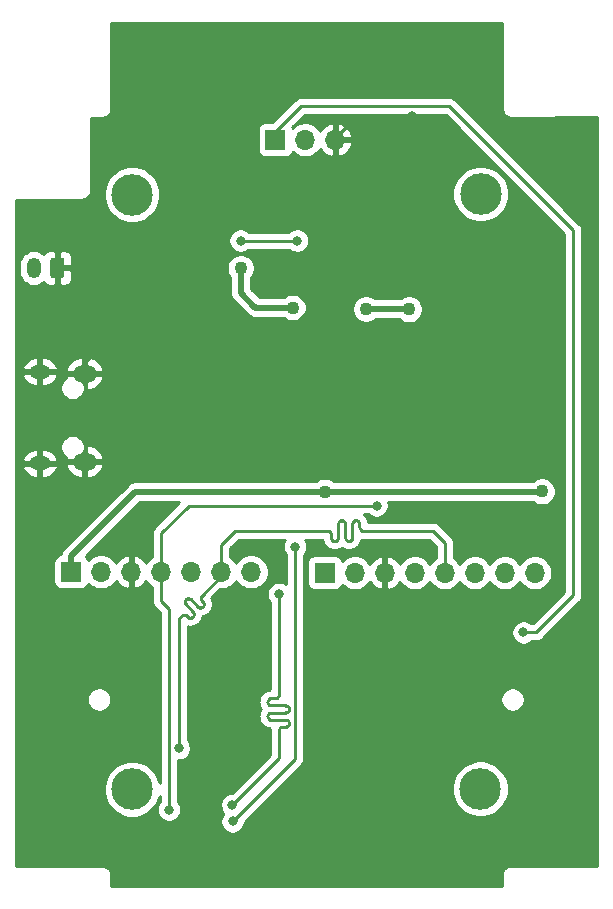
<source format=gbl>
%TF.GenerationSoftware,KiCad,Pcbnew,(5.1.9)-1*%
%TF.CreationDate,2021-04-07T14:29:20+02:00*%
%TF.ProjectId,clip,636c6970-2e6b-4696-9361-645f70636258,rev?*%
%TF.SameCoordinates,Original*%
%TF.FileFunction,Copper,L2,Bot*%
%TF.FilePolarity,Positive*%
%FSLAX46Y46*%
G04 Gerber Fmt 4.6, Leading zero omitted, Abs format (unit mm)*
G04 Created by KiCad (PCBNEW (5.1.9)-1) date 2021-04-07 14:29:20*
%MOMM*%
%LPD*%
G01*
G04 APERTURE LIST*
%TA.AperFunction,ComponentPad*%
%ADD10O,1.700000X1.700000*%
%TD*%
%TA.AperFunction,ComponentPad*%
%ADD11R,1.700000X1.700000*%
%TD*%
%TA.AperFunction,ComponentPad*%
%ADD12O,1.800000X1.150000*%
%TD*%
%TA.AperFunction,ComponentPad*%
%ADD13O,2.000000X1.450000*%
%TD*%
%TA.AperFunction,ComponentPad*%
%ADD14O,1.200000X1.750000*%
%TD*%
%TA.AperFunction,ViaPad*%
%ADD15C,3.520000*%
%TD*%
%TA.AperFunction,ViaPad*%
%ADD16C,0.800000*%
%TD*%
%TA.AperFunction,ViaPad*%
%ADD17C,1.100000*%
%TD*%
%TA.AperFunction,Conductor*%
%ADD18C,0.250000*%
%TD*%
%TA.AperFunction,Conductor*%
%ADD19C,0.500000*%
%TD*%
%TA.AperFunction,Conductor*%
%ADD20C,0.254000*%
%TD*%
%TA.AperFunction,Conductor*%
%ADD21C,0.100000*%
%TD*%
G04 APERTURE END LIST*
D10*
%TO.P,J5,3*%
%TO.N,GND*%
X151330000Y-61510000D03*
%TO.P,J5,2*%
%TO.N,+3V3*%
X148790000Y-61510000D03*
D11*
%TO.P,J5,1*%
%TO.N,IO34*%
X146250000Y-61510000D03*
%TD*%
D12*
%TO.P,J2,6*%
%TO.N,GND*%
X126320000Y-88905000D03*
X126320000Y-81155000D03*
D13*
X130120000Y-88755000D03*
X130120000Y-81305000D03*
%TD*%
D14*
%TO.P,J1,2*%
%TO.N,+BATT*%
X125800000Y-72370000D03*
%TO.P,J1,1*%
%TO.N,GND*%
%TA.AperFunction,ComponentPad*%
G36*
G01*
X128400000Y-71744999D02*
X128400000Y-72995001D01*
G75*
G02*
X128150001Y-73245000I-249999J0D01*
G01*
X127449999Y-73245000D01*
G75*
G02*
X127200000Y-72995001I0J249999D01*
G01*
X127200000Y-71744999D01*
G75*
G02*
X127449999Y-71495000I249999J0D01*
G01*
X128150001Y-71495000D01*
G75*
G02*
X128400000Y-71744999I0J-249999D01*
G01*
G37*
%TD.AperFunction*%
%TD*%
D10*
%TO.P,J4,8*%
%TO.N,Net-(J4-Pad8)*%
X168220000Y-98170000D03*
%TO.P,J4,7*%
%TO.N,Net-(J4-Pad7)*%
X165680000Y-98170000D03*
%TO.P,J4,6*%
%TO.N,Net-(J4-Pad6)*%
X163140000Y-98170000D03*
%TO.P,J4,5*%
%TO.N,SDA*%
X160600000Y-98170000D03*
%TO.P,J4,4*%
%TO.N,SCL*%
X158060000Y-98170000D03*
%TO.P,J4,3*%
%TO.N,GND*%
X155520000Y-98170000D03*
%TO.P,J4,2*%
%TO.N,Net-(J4-Pad2)*%
X152980000Y-98170000D03*
D11*
%TO.P,J4,1*%
%TO.N,+3V3*%
X150440000Y-98170000D03*
%TD*%
D10*
%TO.P,J3,7*%
%TO.N,Net-(J3-Pad7)*%
X144200000Y-98100000D03*
%TO.P,J3,6*%
%TO.N,SDA*%
X141660000Y-98100000D03*
%TO.P,J3,5*%
%TO.N,Net-(J3-Pad5)*%
X139120000Y-98100000D03*
%TO.P,J3,4*%
%TO.N,SCL*%
X136580000Y-98100000D03*
%TO.P,J3,3*%
%TO.N,GND*%
X134040000Y-98100000D03*
%TO.P,J3,2*%
%TO.N,Net-(J3-Pad2)*%
X131500000Y-98100000D03*
D11*
%TO.P,J3,1*%
%TO.N,+3V3*%
X128960000Y-98100000D03*
%TD*%
D15*
%TO.N,*%
X163610000Y-116460000D03*
X134130000Y-116510000D03*
X163640000Y-66090000D03*
X134130000Y-66150000D03*
D16*
%TO.N,GND*%
X134630000Y-79560000D03*
X157820000Y-59540000D03*
D17*
%TO.N,VIN*%
X143330000Y-72380000D03*
X147709992Y-75716012D03*
%TO.N,+3V3*%
X153940000Y-75840000D03*
X157570000Y-75870000D03*
X150440000Y-91310002D03*
X168830000Y-91290000D03*
D16*
%TO.N,SDA*%
X138075010Y-113020000D03*
%TO.N,SCL*%
X137250000Y-118220000D03*
X154820000Y-92480000D03*
%TO.N,TX0*%
X142637500Y-119217500D03*
X147920000Y-95960000D03*
%TO.N,RX0*%
X142611316Y-117829478D03*
X146570000Y-99980000D03*
%TO.N,IO34*%
X167260000Y-103220000D03*
%TO.N,Net-(R1-Pad1)*%
X148100000Y-70060000D03*
X143310000Y-70060000D03*
%TD*%
D18*
%TO.N,GND*%
X130120000Y-81305000D02*
X130120000Y-80300000D01*
X130860000Y-79560000D02*
X134630000Y-79560000D01*
X130120000Y-80300000D02*
X130860000Y-79560000D01*
X151160000Y-61510000D02*
X153130000Y-59540000D01*
X153130000Y-59540000D02*
X157820000Y-59540000D01*
D19*
%TO.N,VIN*%
X143330000Y-72380000D02*
X143330000Y-74481400D01*
X143330000Y-74481400D02*
X144564612Y-75716012D01*
X144616012Y-75716012D02*
X147709992Y-75716012D01*
X144600000Y-75700000D02*
X144616012Y-75716012D01*
%TO.N,+3V3*%
X157444840Y-75807000D02*
X157460080Y-75791760D01*
X153888840Y-75807000D02*
X157444840Y-75807000D01*
X128960000Y-98100000D02*
X128960000Y-96750000D01*
X128960000Y-96750000D02*
X134399998Y-91310002D01*
X134399998Y-91310002D02*
X150440000Y-91310002D01*
X150440000Y-91310002D02*
X168809998Y-91310002D01*
X168809998Y-91310002D02*
X168830000Y-91290000D01*
D18*
%TO.N,SDA*%
X141660000Y-98459977D02*
X141660000Y-98100000D01*
X140018764Y-100101213D02*
X141660000Y-98459977D01*
X139976879Y-100153735D02*
X140018764Y-100101213D01*
X139947731Y-100214261D02*
X139976879Y-100153735D01*
X139932782Y-100279756D02*
X139947731Y-100214261D01*
X138566797Y-100678006D02*
X138566797Y-100610828D01*
X138652780Y-100856548D02*
X138610894Y-100804027D01*
X138705303Y-100390399D02*
X138765828Y-100361253D01*
X139305317Y-101519722D02*
X139263432Y-101467199D01*
X138963996Y-100361252D02*
X139024521Y-100390400D01*
X139349413Y-101645742D02*
X139334464Y-101580248D01*
X140018764Y-100525477D02*
X139976879Y-100472955D01*
X139334464Y-101580248D02*
X139305317Y-101519722D01*
X139334464Y-101778415D02*
X139349413Y-101712921D01*
X140197940Y-100797215D02*
X140182991Y-100731721D01*
X139305317Y-101838941D02*
X139334464Y-101778415D01*
X138610894Y-100804027D02*
X138581746Y-100743501D01*
X138581746Y-100743501D02*
X138566797Y-100678006D01*
X139263432Y-101891464D02*
X139305317Y-101838941D01*
X139210910Y-101933349D02*
X139263432Y-101891464D01*
X139024521Y-100390400D02*
X139077044Y-100432285D01*
X139150384Y-101962497D02*
X139210910Y-101933349D01*
X139084889Y-101977446D02*
X139150384Y-101962497D01*
X138652780Y-100432284D02*
X138705303Y-100390399D01*
X139017711Y-101977446D02*
X139084889Y-101977446D01*
X138075010Y-113020000D02*
X138075010Y-102044970D01*
X140059437Y-101084822D02*
X140111959Y-101042937D01*
X138075010Y-102044970D02*
X138321710Y-101798270D01*
X138321710Y-101798270D02*
X138374232Y-101756384D01*
X138500252Y-101712288D02*
X138567431Y-101712288D01*
X138374232Y-101756384D02*
X138434758Y-101727237D01*
X138898501Y-100346304D02*
X138963996Y-100361252D01*
X138567431Y-101712288D02*
X138632925Y-101727237D01*
X138831323Y-100346303D02*
X138898501Y-100346304D01*
X138891690Y-101933349D02*
X138952216Y-101962497D01*
X139263432Y-101467199D02*
X138652780Y-100856548D01*
X139687695Y-101042937D02*
X139740217Y-101084822D01*
X138632925Y-101727237D02*
X138693451Y-101756384D01*
X138765828Y-100361253D02*
X138831323Y-100346303D01*
X138434758Y-101727237D02*
X138500252Y-101712288D01*
X139933416Y-101128919D02*
X139998911Y-101113970D01*
X138839168Y-101891464D02*
X138891690Y-101933349D01*
X138693451Y-101756384D02*
X138745974Y-101798270D01*
X139800743Y-101113970D02*
X139866238Y-101128919D01*
X138745974Y-101798270D02*
X138839168Y-101891464D01*
X139349413Y-101712921D02*
X139349413Y-101645742D01*
X138952216Y-101962497D02*
X139017711Y-101977446D01*
X138566797Y-100610828D02*
X138581746Y-100545333D01*
X138581746Y-100545333D02*
X138610894Y-100484807D01*
X138610894Y-100484807D02*
X138652780Y-100432284D01*
X139077044Y-100432285D02*
X139687695Y-101042937D01*
X139740217Y-101084822D02*
X139800743Y-101113970D01*
X139866238Y-101128919D02*
X139933416Y-101128919D01*
X139998911Y-101113970D02*
X140059437Y-101084822D01*
X140111959Y-101042937D02*
X140153844Y-100990414D01*
X140153844Y-100990414D02*
X140182991Y-100929888D01*
X140182991Y-100929888D02*
X140197940Y-100864394D01*
X140197940Y-100864394D02*
X140197940Y-100797215D01*
X140182991Y-100731721D02*
X140153844Y-100671195D01*
X140153844Y-100671195D02*
X140111959Y-100618672D01*
X140111959Y-100618672D02*
X140018764Y-100525477D01*
X139976879Y-100472955D02*
X139947731Y-100412429D01*
X139947731Y-100412429D02*
X139932782Y-100346934D01*
X139932782Y-100346934D02*
X139932782Y-100279756D01*
X152602625Y-95471337D02*
X152659506Y-95435596D01*
X151872460Y-93731793D02*
X151939216Y-93739315D01*
X152539216Y-95493525D02*
X152602625Y-95471337D01*
X152405703Y-95493525D02*
X152472460Y-95501047D01*
X151142294Y-95471337D02*
X151205703Y-95493525D01*
X152237910Y-95388093D02*
X152285413Y-95435596D01*
X152202169Y-95331212D02*
X152237910Y-95388093D01*
X152172460Y-94031793D02*
X152172460Y-95201047D01*
X152142750Y-93901628D02*
X152164938Y-93965037D01*
X152107009Y-93844747D02*
X152142750Y-93901628D01*
X151579981Y-93965037D02*
X151602169Y-93901628D01*
X152059506Y-93797244D02*
X152107009Y-93844747D01*
X141660000Y-98100000D02*
X141660000Y-95792980D01*
X152164938Y-93965037D02*
X152172460Y-94031793D01*
X152659506Y-95435596D02*
X152707009Y-95388093D01*
X152002625Y-93761503D02*
X152059506Y-93797244D01*
X151939216Y-93739315D02*
X152002625Y-93761503D01*
X151805703Y-93739315D02*
X151872460Y-93731793D01*
X153437910Y-94503467D02*
X153485413Y-94550970D01*
X151742294Y-93761503D02*
X151805703Y-93739315D01*
X153005703Y-93739315D02*
X153072460Y-93731793D01*
X152342294Y-95471337D02*
X152405703Y-95493525D01*
X150979981Y-95267803D02*
X151002169Y-95331212D01*
X151685413Y-93797244D02*
X151742294Y-93761503D01*
X151637910Y-93844747D02*
X151685413Y-93797244D01*
X151564938Y-95267803D02*
X151572460Y-95201047D01*
X151542750Y-95331212D02*
X151564938Y-95267803D01*
X150859506Y-94681870D02*
X150907009Y-94729373D01*
X150739216Y-94623941D02*
X150802625Y-94646129D01*
X150672460Y-94616420D02*
X150739216Y-94623941D01*
X151085413Y-95435596D02*
X151142294Y-95471337D01*
X152285413Y-95435596D02*
X152342294Y-95471337D01*
X151272460Y-95501047D02*
X151339216Y-95493525D01*
X152172460Y-95201047D02*
X152179981Y-95267803D01*
X151205703Y-95493525D02*
X151272460Y-95501047D01*
X151402625Y-95471337D02*
X151459506Y-95435596D01*
X152707009Y-95388093D02*
X152742750Y-95331212D01*
X152179981Y-95267803D02*
X152202169Y-95331212D01*
X152779981Y-93965037D02*
X152802169Y-93901628D01*
X151572460Y-95201047D02*
X151572460Y-94031793D01*
X151339216Y-95493525D02*
X151402625Y-95471337D01*
X153139216Y-93739315D02*
X153202625Y-93761503D01*
X142836560Y-94616420D02*
X150672460Y-94616420D01*
X150802625Y-94646129D02*
X150859506Y-94681870D01*
X152472460Y-95501047D02*
X152539216Y-95493525D01*
X141660000Y-95792980D02*
X142836560Y-94616420D01*
X150907009Y-94729373D02*
X150942750Y-94786254D01*
X150942750Y-94786254D02*
X150964938Y-94849663D01*
X150964938Y-94849663D02*
X150972460Y-94916420D01*
X151037910Y-95388093D02*
X151085413Y-95435596D01*
X150972460Y-94916420D02*
X150972460Y-95201047D01*
X153372460Y-94031793D02*
X153372460Y-94316420D01*
X150972460Y-95201047D02*
X150979981Y-95267803D01*
X153307009Y-93844747D02*
X153342750Y-93901628D01*
X151002169Y-95331212D02*
X151037910Y-95388093D01*
X151572460Y-94031793D02*
X151579981Y-93965037D01*
X151602169Y-93901628D02*
X151637910Y-93844747D01*
X151507009Y-95388093D02*
X151542750Y-95331212D01*
X151459506Y-95435596D02*
X151507009Y-95388093D01*
X159595480Y-94616420D02*
X160600000Y-95620940D01*
X152742750Y-95331212D02*
X152764938Y-95267803D01*
X152764938Y-95267803D02*
X152772460Y-95201047D01*
X152772460Y-95201047D02*
X152772460Y-94031793D01*
X152772460Y-94031793D02*
X152779981Y-93965037D01*
X152802169Y-93901628D02*
X152837910Y-93844747D01*
X152837910Y-93844747D02*
X152885413Y-93797244D01*
X152885413Y-93797244D02*
X152942294Y-93761503D01*
X152942294Y-93761503D02*
X153005703Y-93739315D01*
X153072460Y-93731793D02*
X153139216Y-93739315D01*
X153202625Y-93761503D02*
X153259506Y-93797244D01*
X153259506Y-93797244D02*
X153307009Y-93844747D01*
X153342750Y-93901628D02*
X153364938Y-93965037D01*
X153364938Y-93965037D02*
X153372460Y-94031793D01*
X153372460Y-94316420D02*
X153379981Y-94383177D01*
X153379981Y-94383177D02*
X153402169Y-94446586D01*
X153402169Y-94446586D02*
X153437910Y-94503467D01*
X153485413Y-94550970D02*
X153542294Y-94586711D01*
X153542294Y-94586711D02*
X153605703Y-94608899D01*
X153605703Y-94608899D02*
X153672460Y-94616420D01*
X153672460Y-94616420D02*
X159595480Y-94616420D01*
X160600000Y-95620940D02*
X160600000Y-98170000D01*
%TO.N,SCL*%
X137220000Y-118190000D02*
X137250000Y-118220000D01*
X137220000Y-101210000D02*
X137220000Y-118190000D01*
X136580000Y-100570000D02*
X137220000Y-101210000D01*
X136580000Y-98100000D02*
X136580000Y-100570000D01*
X136580000Y-98100000D02*
X136580000Y-94820000D01*
X136580000Y-94820000D02*
X138920000Y-92480000D01*
X138920000Y-92480000D02*
X154254315Y-92480000D01*
X154254315Y-92480000D02*
X154820000Y-92480000D01*
%TO.N,TX0*%
X142637500Y-119217500D02*
X147920000Y-113935000D01*
X147920000Y-113935000D02*
X147920000Y-95960000D01*
%TO.N,RX0*%
X146550000Y-113890794D02*
X142611316Y-117829478D01*
X146550000Y-111510000D02*
X146550000Y-113890794D01*
X146557522Y-111443243D02*
X146550000Y-111510000D01*
X146579710Y-111379834D02*
X146557522Y-111443243D01*
X146615451Y-111322953D02*
X146579710Y-111379834D01*
X146662954Y-111275450D02*
X146615451Y-111322953D01*
X146719835Y-111239709D02*
X146662954Y-111275450D01*
X146850000Y-111210000D02*
X146783244Y-111217521D01*
X147114471Y-111210000D02*
X146850000Y-111210000D01*
X147181228Y-111202478D02*
X147114471Y-111210000D01*
X147244637Y-111180290D02*
X147181228Y-111202478D01*
X147301518Y-111144549D02*
X147244637Y-111180290D01*
X147349021Y-111097046D02*
X147301518Y-111144549D01*
X147384762Y-111040165D02*
X147349021Y-111097046D01*
X147406950Y-110976756D02*
X147384762Y-111040165D01*
X147414471Y-110910000D02*
X147406950Y-110976756D01*
X147384762Y-110779834D02*
X147406950Y-110843243D01*
X147181228Y-109417521D02*
X147244637Y-109439709D01*
X147406950Y-110843243D02*
X147414471Y-110910000D01*
X145818772Y-109402478D02*
X145885529Y-109410000D01*
X145755363Y-109380290D02*
X145818772Y-109402478D01*
X145698482Y-109344549D02*
X145755363Y-109380290D01*
X147301518Y-110675450D02*
X147349021Y-110722953D01*
X145650979Y-109297046D02*
X145698482Y-109344549D01*
X147114471Y-109410000D02*
X147181228Y-109417521D01*
X145615238Y-109240165D02*
X145650979Y-109297046D01*
X147244637Y-109439709D02*
X147301518Y-109475450D01*
X145650979Y-110497046D02*
X145698482Y-110544549D01*
X145593050Y-109176756D02*
X145615238Y-109240165D01*
X145818772Y-110602478D02*
X145885529Y-110610000D01*
X145585529Y-109110000D02*
X145593050Y-109176756D01*
X145615238Y-110440165D02*
X145650979Y-110497046D01*
X145593050Y-109043243D02*
X145585529Y-109110000D01*
X145615238Y-108979834D02*
X145593050Y-109043243D01*
X145650979Y-108922953D02*
X145615238Y-108979834D01*
X145698482Y-108875450D02*
X145650979Y-108922953D01*
X146570000Y-99980000D02*
X146550000Y-100000000D01*
X146550000Y-100000000D02*
X146550000Y-108510000D01*
X146250000Y-108810000D02*
X145885529Y-108810000D01*
X147301518Y-109475450D02*
X147349021Y-109522953D01*
X146542478Y-108576756D02*
X146520290Y-108640165D01*
X145885529Y-108810000D02*
X145818772Y-108817521D01*
X146520290Y-108640165D02*
X146484549Y-108697046D01*
X146437046Y-108744549D02*
X146380165Y-108780290D01*
X145755363Y-108839709D02*
X145698482Y-108875450D01*
X146380165Y-108780290D02*
X146316756Y-108802478D01*
X146316756Y-108802478D02*
X146250000Y-108810000D01*
X146484549Y-108697046D02*
X146437046Y-108744549D01*
X145885529Y-109410000D02*
X147114471Y-109410000D01*
X147114471Y-110610000D02*
X147181228Y-110617521D01*
X145818772Y-108817521D02*
X145755363Y-108839709D01*
X147349021Y-109522953D02*
X147384762Y-109579834D01*
X145698482Y-110544549D02*
X145755363Y-110580290D01*
X146783244Y-111217521D02*
X146719835Y-111239709D01*
X147384762Y-109579834D02*
X147406950Y-109643243D01*
X147406950Y-109643243D02*
X147414471Y-109710000D01*
X147414471Y-109710000D02*
X147406950Y-109776756D01*
X147406950Y-109776756D02*
X147384762Y-109840165D01*
X147384762Y-109840165D02*
X147349021Y-109897046D01*
X147349021Y-109897046D02*
X147301518Y-109944549D01*
X147181228Y-110617521D02*
X147244637Y-110639709D01*
X147301518Y-109944549D02*
X147244637Y-109980290D01*
X145818772Y-110017521D02*
X145755363Y-110039709D01*
X147244637Y-109980290D02*
X147181228Y-110002478D01*
X145755363Y-110580290D02*
X145818772Y-110602478D01*
X147181228Y-110002478D02*
X147114471Y-110010000D01*
X147349021Y-110722953D02*
X147384762Y-110779834D01*
X147114471Y-110010000D02*
X145885529Y-110010000D01*
X145885529Y-110010000D02*
X145818772Y-110017521D01*
X145885529Y-110610000D02*
X147114471Y-110610000D01*
X145755363Y-110039709D02*
X145698482Y-110075450D01*
X145698482Y-110075450D02*
X145650979Y-110122953D01*
X145650979Y-110122953D02*
X145615238Y-110179834D01*
X145615238Y-110179834D02*
X145593050Y-110243243D01*
X145593050Y-110243243D02*
X145585529Y-110310000D01*
X146550000Y-108510000D02*
X146542478Y-108576756D01*
X147244637Y-110639709D02*
X147301518Y-110675450D01*
X145585529Y-110310000D02*
X145593050Y-110376756D01*
X145593050Y-110376756D02*
X145615238Y-110440165D01*
%TO.N,IO34*%
X171490000Y-100090000D02*
X168360000Y-103220000D01*
X171490000Y-69170000D02*
X171490000Y-100090000D01*
X160980000Y-58660000D02*
X171490000Y-69170000D01*
X168360000Y-103220000D02*
X167260000Y-103220000D01*
X148420000Y-58660000D02*
X160980000Y-58660000D01*
X146080000Y-61000000D02*
X148420000Y-58660000D01*
X146080000Y-61510000D02*
X146080000Y-61000000D01*
%TO.N,Net-(R1-Pad1)*%
X148100000Y-70060000D02*
X143640000Y-70060000D01*
%TD*%
D20*
%TO.N,GND*%
X165484920Y-58938489D02*
X165481691Y-58972587D01*
X165488547Y-59039614D01*
X165495250Y-59105968D01*
X165495378Y-59106385D01*
X165495422Y-59106819D01*
X165515097Y-59170812D01*
X165534741Y-59234993D01*
X165534948Y-59235378D01*
X165535076Y-59235794D01*
X165566841Y-59294689D01*
X165598645Y-59353834D01*
X165598923Y-59354171D01*
X165599130Y-59354555D01*
X165641811Y-59406165D01*
X165684506Y-59457924D01*
X165684845Y-59458201D01*
X165685123Y-59458537D01*
X165736972Y-59500763D01*
X165789024Y-59543265D01*
X165789411Y-59543471D01*
X165789748Y-59543745D01*
X165848803Y-59575025D01*
X165908183Y-59606574D01*
X165908602Y-59606700D01*
X165908987Y-59606904D01*
X165973318Y-59626155D01*
X166037404Y-59645421D01*
X166037837Y-59645463D01*
X166038256Y-59645588D01*
X166105032Y-59651911D01*
X166171718Y-59658311D01*
X166205786Y-59654870D01*
X173464895Y-59627580D01*
X173455106Y-122975000D01*
X166163214Y-122975000D01*
X166129140Y-122971687D01*
X166062909Y-122978294D01*
X165995717Y-122984912D01*
X165995300Y-122985039D01*
X165994874Y-122985081D01*
X165931226Y-123004475D01*
X165866594Y-123024081D01*
X165866211Y-123024286D01*
X165865800Y-123024411D01*
X165807094Y-123055884D01*
X165747593Y-123087688D01*
X165747257Y-123087964D01*
X165746878Y-123088167D01*
X165695313Y-123130594D01*
X165643289Y-123173289D01*
X165643014Y-123173624D01*
X165642681Y-123173898D01*
X165600417Y-123225528D01*
X165557688Y-123277593D01*
X165557483Y-123277977D01*
X165557211Y-123278309D01*
X165526008Y-123336863D01*
X165494081Y-123396594D01*
X165493954Y-123397013D01*
X165493753Y-123397390D01*
X165474525Y-123461060D01*
X165454912Y-123525717D01*
X165454869Y-123526149D01*
X165454745Y-123526561D01*
X165448296Y-123592889D01*
X165441686Y-123660000D01*
X165445043Y-123694079D01*
X165446279Y-124682799D01*
X132331303Y-124673198D01*
X132334868Y-123726216D01*
X132338308Y-123692577D01*
X132330662Y-123611848D01*
X132325588Y-123558260D01*
X132325587Y-123558256D01*
X132325586Y-123558247D01*
X132303423Y-123484188D01*
X132286905Y-123428990D01*
X132286902Y-123428984D01*
X132286900Y-123428978D01*
X132253041Y-123365057D01*
X132223747Y-123309751D01*
X132223744Y-123309747D01*
X132223740Y-123309740D01*
X132177752Y-123253275D01*
X132138539Y-123205125D01*
X132138534Y-123205121D01*
X132138530Y-123205116D01*
X132094224Y-123168476D01*
X132034558Y-123119132D01*
X132034551Y-123119128D01*
X132034547Y-123119125D01*
X131952218Y-123074721D01*
X131915797Y-123055078D01*
X131915785Y-123055072D01*
X131825690Y-123027373D01*
X131786823Y-123015423D01*
X131786818Y-123015423D01*
X131786810Y-123015420D01*
X131686212Y-123005131D01*
X131686209Y-123005131D01*
X131652590Y-123001692D01*
X131618933Y-123004879D01*
X124324763Y-122977560D01*
X124319861Y-108813061D01*
X130295000Y-108813061D01*
X130295000Y-109016939D01*
X130334774Y-109216898D01*
X130412795Y-109405256D01*
X130526063Y-109574774D01*
X130670226Y-109718937D01*
X130839744Y-109832205D01*
X131028102Y-109910226D01*
X131228061Y-109950000D01*
X131431939Y-109950000D01*
X131631898Y-109910226D01*
X131820256Y-109832205D01*
X131989774Y-109718937D01*
X132133937Y-109574774D01*
X132247205Y-109405256D01*
X132325226Y-109216898D01*
X132365000Y-109016939D01*
X132365000Y-108813061D01*
X132325226Y-108613102D01*
X132247205Y-108424744D01*
X132133937Y-108255226D01*
X131989774Y-108111063D01*
X131820256Y-107997795D01*
X131631898Y-107919774D01*
X131431939Y-107880000D01*
X131228061Y-107880000D01*
X131028102Y-107919774D01*
X130839744Y-107997795D01*
X130670226Y-108111063D01*
X130526063Y-108255226D01*
X130412795Y-108424744D01*
X130334774Y-108613102D01*
X130295000Y-108813061D01*
X124319861Y-108813061D01*
X124315858Y-97250000D01*
X127471928Y-97250000D01*
X127471928Y-98950000D01*
X127484188Y-99074482D01*
X127520498Y-99194180D01*
X127579463Y-99304494D01*
X127658815Y-99401185D01*
X127755506Y-99480537D01*
X127865820Y-99539502D01*
X127985518Y-99575812D01*
X128110000Y-99588072D01*
X129810000Y-99588072D01*
X129934482Y-99575812D01*
X130054180Y-99539502D01*
X130164494Y-99480537D01*
X130261185Y-99401185D01*
X130340537Y-99304494D01*
X130399502Y-99194180D01*
X130421513Y-99121620D01*
X130553368Y-99253475D01*
X130796589Y-99415990D01*
X131066842Y-99527932D01*
X131353740Y-99585000D01*
X131646260Y-99585000D01*
X131933158Y-99527932D01*
X132203411Y-99415990D01*
X132446632Y-99253475D01*
X132653475Y-99046632D01*
X132775195Y-98864466D01*
X132844822Y-98981355D01*
X133039731Y-99197588D01*
X133273080Y-99371641D01*
X133535901Y-99496825D01*
X133683110Y-99541476D01*
X133913000Y-99420155D01*
X133913000Y-98227000D01*
X133893000Y-98227000D01*
X133893000Y-97973000D01*
X133913000Y-97973000D01*
X133913000Y-96779845D01*
X133683110Y-96658524D01*
X133535901Y-96703175D01*
X133273080Y-96828359D01*
X133039731Y-97002412D01*
X132844822Y-97218645D01*
X132775195Y-97335534D01*
X132653475Y-97153368D01*
X132446632Y-96946525D01*
X132203411Y-96784010D01*
X131933158Y-96672068D01*
X131646260Y-96615000D01*
X131353740Y-96615000D01*
X131066842Y-96672068D01*
X130796589Y-96784010D01*
X130553368Y-96946525D01*
X130421513Y-97078380D01*
X130399502Y-97005820D01*
X130340537Y-96895506D01*
X130261185Y-96798815D01*
X130207127Y-96754451D01*
X134766577Y-92195002D01*
X138130196Y-92195002D01*
X136068998Y-94256201D01*
X136040000Y-94279999D01*
X136016202Y-94308997D01*
X136016201Y-94308998D01*
X135945026Y-94395724D01*
X135874454Y-94527754D01*
X135845133Y-94624417D01*
X135830998Y-94671014D01*
X135820910Y-94773436D01*
X135816324Y-94820000D01*
X135820001Y-94857332D01*
X135820000Y-96821821D01*
X135633368Y-96946525D01*
X135426525Y-97153368D01*
X135304805Y-97335534D01*
X135235178Y-97218645D01*
X135040269Y-97002412D01*
X134806920Y-96828359D01*
X134544099Y-96703175D01*
X134396890Y-96658524D01*
X134167000Y-96779845D01*
X134167000Y-97973000D01*
X134187000Y-97973000D01*
X134187000Y-98227000D01*
X134167000Y-98227000D01*
X134167000Y-99420155D01*
X134396890Y-99541476D01*
X134544099Y-99496825D01*
X134806920Y-99371641D01*
X135040269Y-99197588D01*
X135235178Y-98981355D01*
X135304805Y-98864466D01*
X135426525Y-99046632D01*
X135633368Y-99253475D01*
X135820001Y-99378179D01*
X135820001Y-100532668D01*
X135816324Y-100570000D01*
X135820001Y-100607333D01*
X135830998Y-100718986D01*
X135840649Y-100750801D01*
X135874454Y-100862246D01*
X135945026Y-100994276D01*
X136004132Y-101066296D01*
X136040000Y-101110001D01*
X136068998Y-101133799D01*
X136460000Y-101524802D01*
X136460001Y-115947342D01*
X136432961Y-115811404D01*
X136252421Y-115375542D01*
X135990318Y-114983277D01*
X135656723Y-114649682D01*
X135264458Y-114387579D01*
X134828596Y-114207039D01*
X134365887Y-114115000D01*
X133894113Y-114115000D01*
X133431404Y-114207039D01*
X132995542Y-114387579D01*
X132603277Y-114649682D01*
X132269682Y-114983277D01*
X132007579Y-115375542D01*
X131827039Y-115811404D01*
X131735000Y-116274113D01*
X131735000Y-116745887D01*
X131827039Y-117208596D01*
X132007579Y-117644458D01*
X132269682Y-118036723D01*
X132603277Y-118370318D01*
X132995542Y-118632421D01*
X133431404Y-118812961D01*
X133894113Y-118905000D01*
X134365887Y-118905000D01*
X134828596Y-118812961D01*
X135264458Y-118632421D01*
X135656723Y-118370318D01*
X135990318Y-118036723D01*
X136252421Y-117644458D01*
X136432961Y-117208596D01*
X136460001Y-117072658D01*
X136460001Y-117546288D01*
X136446063Y-117560226D01*
X136332795Y-117729744D01*
X136254774Y-117918102D01*
X136215000Y-118118061D01*
X136215000Y-118321939D01*
X136254774Y-118521898D01*
X136332795Y-118710256D01*
X136446063Y-118879774D01*
X136590226Y-119023937D01*
X136759744Y-119137205D01*
X136948102Y-119215226D01*
X137148061Y-119255000D01*
X137351939Y-119255000D01*
X137551898Y-119215226D01*
X137740256Y-119137205D01*
X137909774Y-119023937D01*
X138053937Y-118879774D01*
X138167205Y-118710256D01*
X138245226Y-118521898D01*
X138285000Y-118321939D01*
X138285000Y-118118061D01*
X138245226Y-117918102D01*
X138167205Y-117729744D01*
X138053937Y-117560226D01*
X137980000Y-117486289D01*
X137980000Y-114055000D01*
X138176949Y-114055000D01*
X138376908Y-114015226D01*
X138565266Y-113937205D01*
X138734784Y-113823937D01*
X138878947Y-113679774D01*
X138992215Y-113510256D01*
X139070236Y-113321898D01*
X139110010Y-113121939D01*
X139110010Y-112918061D01*
X139070236Y-112718102D01*
X138992215Y-112529744D01*
X138878947Y-112360226D01*
X138835010Y-112316289D01*
X138835010Y-102716222D01*
X138868725Y-102726449D01*
X138932617Y-102732742D01*
X138996290Y-102740822D01*
X139044356Y-102737446D01*
X139058243Y-102737446D01*
X139106309Y-102740822D01*
X139169981Y-102732742D01*
X139233875Y-102726449D01*
X139279997Y-102712458D01*
X139293516Y-102709373D01*
X139341134Y-102701967D01*
X139401416Y-102679919D01*
X139462305Y-102659567D01*
X139504152Y-102635667D01*
X139516654Y-102629646D01*
X139561424Y-102611833D01*
X139615286Y-102576927D01*
X139670123Y-102543533D01*
X139705604Y-102510919D01*
X139716446Y-102502272D01*
X139756139Y-102474937D01*
X139800888Y-102428915D01*
X139846910Y-102384166D01*
X139874244Y-102344474D01*
X139882897Y-102333624D01*
X139915507Y-102298146D01*
X139948881Y-102243338D01*
X139983805Y-102189449D01*
X140001623Y-102144666D01*
X140007635Y-102132182D01*
X140031533Y-102090338D01*
X140051886Y-102029447D01*
X140073936Y-101969156D01*
X140081340Y-101921543D01*
X140084423Y-101908036D01*
X140094689Y-101874195D01*
X140128524Y-101863931D01*
X140142043Y-101860846D01*
X140189661Y-101853440D01*
X140249943Y-101831392D01*
X140310832Y-101811040D01*
X140352679Y-101787140D01*
X140365181Y-101781119D01*
X140409951Y-101763306D01*
X140463813Y-101728400D01*
X140518650Y-101695006D01*
X140554131Y-101662392D01*
X140564973Y-101653745D01*
X140604666Y-101626410D01*
X140649415Y-101580388D01*
X140695437Y-101535639D01*
X140722771Y-101495947D01*
X140731424Y-101485097D01*
X140764034Y-101449619D01*
X140797408Y-101394811D01*
X140832332Y-101340922D01*
X140850150Y-101296139D01*
X140856162Y-101283655D01*
X140880060Y-101241811D01*
X140900413Y-101180920D01*
X140922463Y-101120629D01*
X140929867Y-101073016D01*
X140932950Y-101059509D01*
X140946943Y-101013380D01*
X140953237Y-100949478D01*
X140961316Y-100885818D01*
X140957940Y-100837747D01*
X140957940Y-100823862D01*
X140961316Y-100775791D01*
X140953236Y-100712127D01*
X140946943Y-100648230D01*
X140932951Y-100602104D01*
X140929867Y-100588593D01*
X140922463Y-100540980D01*
X140900413Y-100480689D01*
X140880060Y-100419798D01*
X140856162Y-100377954D01*
X140850150Y-100365470D01*
X140844218Y-100350561D01*
X141609779Y-99585000D01*
X141806260Y-99585000D01*
X142093158Y-99527932D01*
X142363411Y-99415990D01*
X142606632Y-99253475D01*
X142813475Y-99046632D01*
X142930000Y-98872240D01*
X143046525Y-99046632D01*
X143253368Y-99253475D01*
X143496589Y-99415990D01*
X143766842Y-99527932D01*
X144053740Y-99585000D01*
X144346260Y-99585000D01*
X144633158Y-99527932D01*
X144903411Y-99415990D01*
X145146632Y-99253475D01*
X145353475Y-99046632D01*
X145515990Y-98803411D01*
X145627932Y-98533158D01*
X145685000Y-98246260D01*
X145685000Y-97953740D01*
X145627932Y-97666842D01*
X145515990Y-97396589D01*
X145353475Y-97153368D01*
X145146632Y-96946525D01*
X144903411Y-96784010D01*
X144633158Y-96672068D01*
X144346260Y-96615000D01*
X144053740Y-96615000D01*
X143766842Y-96672068D01*
X143496589Y-96784010D01*
X143253368Y-96946525D01*
X143046525Y-97153368D01*
X142930000Y-97327760D01*
X142813475Y-97153368D01*
X142606632Y-96946525D01*
X142420000Y-96821822D01*
X142420000Y-96107781D01*
X143151362Y-95376420D01*
X147065152Y-95376420D01*
X147002795Y-95469744D01*
X146924774Y-95658102D01*
X146885000Y-95858061D01*
X146885000Y-96061939D01*
X146924774Y-96261898D01*
X147002795Y-96450256D01*
X147116063Y-96619774D01*
X147160001Y-96663712D01*
X147160001Y-99129442D01*
X147060256Y-99062795D01*
X146871898Y-98984774D01*
X146671939Y-98945000D01*
X146468061Y-98945000D01*
X146268102Y-98984774D01*
X146079744Y-99062795D01*
X145910226Y-99176063D01*
X145766063Y-99320226D01*
X145652795Y-99489744D01*
X145574774Y-99678102D01*
X145535000Y-99878061D01*
X145535000Y-100081939D01*
X145574774Y-100281898D01*
X145652795Y-100470256D01*
X145766063Y-100639774D01*
X145790000Y-100663711D01*
X145790001Y-108055732D01*
X145748722Y-108059797D01*
X145712016Y-108061343D01*
X145649643Y-108076503D01*
X145586869Y-108089907D01*
X145542604Y-108108973D01*
X145529512Y-108113554D01*
X145483017Y-108126246D01*
X145425578Y-108154907D01*
X145367356Y-108181946D01*
X145328449Y-108210381D01*
X145316698Y-108217764D01*
X145274206Y-108240477D01*
X145224577Y-108281206D01*
X145173837Y-108320519D01*
X145142236Y-108356894D01*
X145132424Y-108366707D01*
X145096048Y-108398308D01*
X145056735Y-108449048D01*
X145016005Y-108498677D01*
X144993286Y-108541180D01*
X144985911Y-108552918D01*
X144957475Y-108591827D01*
X144930436Y-108650049D01*
X144901775Y-108707488D01*
X144889083Y-108753983D01*
X144884501Y-108767078D01*
X144865436Y-108811341D01*
X144852034Y-108874107D01*
X144836872Y-108936486D01*
X144834844Y-108984649D01*
X144833294Y-108998411D01*
X144824555Y-109045806D01*
X144825455Y-109110016D01*
X144824556Y-109174195D01*
X144833292Y-109221577D01*
X144834844Y-109235353D01*
X144836872Y-109283513D01*
X144852031Y-109345882D01*
X144865436Y-109408660D01*
X144884502Y-109452926D01*
X144889083Y-109466016D01*
X144901775Y-109512511D01*
X144930436Y-109569950D01*
X144957475Y-109628172D01*
X144985911Y-109667081D01*
X144993286Y-109678819D01*
X145009953Y-109709999D01*
X144993286Y-109741180D01*
X144985911Y-109752918D01*
X144957475Y-109791827D01*
X144930436Y-109850049D01*
X144901775Y-109907488D01*
X144889083Y-109953983D01*
X144884501Y-109967078D01*
X144865436Y-110011341D01*
X144852034Y-110074107D01*
X144836872Y-110136486D01*
X144834844Y-110184649D01*
X144833294Y-110198411D01*
X144824555Y-110245806D01*
X144825455Y-110310016D01*
X144824556Y-110374195D01*
X144833292Y-110421577D01*
X144834844Y-110435353D01*
X144836872Y-110483513D01*
X144852031Y-110545882D01*
X144865436Y-110608660D01*
X144884502Y-110652926D01*
X144889083Y-110666016D01*
X144901775Y-110712511D01*
X144930436Y-110769950D01*
X144957475Y-110828172D01*
X144985911Y-110867081D01*
X144993286Y-110878819D01*
X145016005Y-110921322D01*
X145056735Y-110970951D01*
X145096048Y-111021691D01*
X145132424Y-111053292D01*
X145142236Y-111063105D01*
X145173837Y-111099480D01*
X145224577Y-111138793D01*
X145274206Y-111179522D01*
X145316698Y-111202235D01*
X145328449Y-111209618D01*
X145367356Y-111238053D01*
X145425578Y-111265092D01*
X145483017Y-111293753D01*
X145529512Y-111306445D01*
X145542596Y-111311023D01*
X145586858Y-111330089D01*
X145649640Y-111343495D01*
X145712016Y-111358656D01*
X145748705Y-111360201D01*
X145800132Y-111365266D01*
X145799799Y-111373178D01*
X145794184Y-111430183D01*
X145790599Y-111462002D01*
X145790524Y-111467347D01*
X145790000Y-111472668D01*
X145790000Y-111504720D01*
X145789026Y-111574184D01*
X145790000Y-111579467D01*
X145790001Y-113575991D01*
X142571515Y-116794478D01*
X142509377Y-116794478D01*
X142309418Y-116834252D01*
X142121060Y-116912273D01*
X141951542Y-117025541D01*
X141807379Y-117169704D01*
X141694111Y-117339222D01*
X141616090Y-117527580D01*
X141576316Y-117727539D01*
X141576316Y-117931417D01*
X141616090Y-118131376D01*
X141694111Y-118319734D01*
X141807379Y-118489252D01*
X141854708Y-118536581D01*
X141833563Y-118557726D01*
X141720295Y-118727244D01*
X141642274Y-118915602D01*
X141602500Y-119115561D01*
X141602500Y-119319439D01*
X141642274Y-119519398D01*
X141720295Y-119707756D01*
X141833563Y-119877274D01*
X141977726Y-120021437D01*
X142147244Y-120134705D01*
X142335602Y-120212726D01*
X142535561Y-120252500D01*
X142739439Y-120252500D01*
X142939398Y-120212726D01*
X143127756Y-120134705D01*
X143297274Y-120021437D01*
X143441437Y-119877274D01*
X143554705Y-119707756D01*
X143632726Y-119519398D01*
X143672500Y-119319439D01*
X143672500Y-119257301D01*
X146705688Y-116224113D01*
X161215000Y-116224113D01*
X161215000Y-116695887D01*
X161307039Y-117158596D01*
X161487579Y-117594458D01*
X161749682Y-117986723D01*
X162083277Y-118320318D01*
X162475542Y-118582421D01*
X162911404Y-118762961D01*
X163374113Y-118855000D01*
X163845887Y-118855000D01*
X164308596Y-118762961D01*
X164744458Y-118582421D01*
X165136723Y-118320318D01*
X165470318Y-117986723D01*
X165732421Y-117594458D01*
X165912961Y-117158596D01*
X166005000Y-116695887D01*
X166005000Y-116224113D01*
X165912961Y-115761404D01*
X165732421Y-115325542D01*
X165470318Y-114933277D01*
X165136723Y-114599682D01*
X164744458Y-114337579D01*
X164308596Y-114157039D01*
X163845887Y-114065000D01*
X163374113Y-114065000D01*
X162911404Y-114157039D01*
X162475542Y-114337579D01*
X162083277Y-114599682D01*
X161749682Y-114933277D01*
X161487579Y-115325542D01*
X161307039Y-115761404D01*
X161215000Y-116224113D01*
X146705688Y-116224113D01*
X148431004Y-114498798D01*
X148460001Y-114475001D01*
X148520078Y-114401797D01*
X148554974Y-114359277D01*
X148625546Y-114227247D01*
X148631676Y-114207039D01*
X148669003Y-114083986D01*
X148680000Y-113972333D01*
X148680000Y-113972324D01*
X148683676Y-113935001D01*
X148680000Y-113897678D01*
X148680000Y-108818061D01*
X165315000Y-108818061D01*
X165315000Y-109021939D01*
X165354774Y-109221898D01*
X165432795Y-109410256D01*
X165546063Y-109579774D01*
X165690226Y-109723937D01*
X165859744Y-109837205D01*
X166048102Y-109915226D01*
X166248061Y-109955000D01*
X166451939Y-109955000D01*
X166651898Y-109915226D01*
X166840256Y-109837205D01*
X167009774Y-109723937D01*
X167153937Y-109579774D01*
X167267205Y-109410256D01*
X167345226Y-109221898D01*
X167385000Y-109021939D01*
X167385000Y-108818061D01*
X167345226Y-108618102D01*
X167267205Y-108429744D01*
X167153937Y-108260226D01*
X167009774Y-108116063D01*
X166840256Y-108002795D01*
X166651898Y-107924774D01*
X166451939Y-107885000D01*
X166248061Y-107885000D01*
X166048102Y-107924774D01*
X165859744Y-108002795D01*
X165690226Y-108116063D01*
X165546063Y-108260226D01*
X165432795Y-108429744D01*
X165354774Y-108618102D01*
X165315000Y-108818061D01*
X148680000Y-108818061D01*
X148680000Y-97320000D01*
X148951928Y-97320000D01*
X148951928Y-99020000D01*
X148964188Y-99144482D01*
X149000498Y-99264180D01*
X149059463Y-99374494D01*
X149138815Y-99471185D01*
X149235506Y-99550537D01*
X149345820Y-99609502D01*
X149465518Y-99645812D01*
X149590000Y-99658072D01*
X151290000Y-99658072D01*
X151414482Y-99645812D01*
X151534180Y-99609502D01*
X151644494Y-99550537D01*
X151741185Y-99471185D01*
X151820537Y-99374494D01*
X151879502Y-99264180D01*
X151901513Y-99191620D01*
X152033368Y-99323475D01*
X152276589Y-99485990D01*
X152546842Y-99597932D01*
X152833740Y-99655000D01*
X153126260Y-99655000D01*
X153413158Y-99597932D01*
X153683411Y-99485990D01*
X153926632Y-99323475D01*
X154133475Y-99116632D01*
X154255195Y-98934466D01*
X154324822Y-99051355D01*
X154519731Y-99267588D01*
X154753080Y-99441641D01*
X155015901Y-99566825D01*
X155163110Y-99611476D01*
X155393000Y-99490155D01*
X155393000Y-98297000D01*
X155373000Y-98297000D01*
X155373000Y-98043000D01*
X155393000Y-98043000D01*
X155393000Y-96849845D01*
X155163110Y-96728524D01*
X155015901Y-96773175D01*
X154753080Y-96898359D01*
X154519731Y-97072412D01*
X154324822Y-97288645D01*
X154255195Y-97405534D01*
X154133475Y-97223368D01*
X153926632Y-97016525D01*
X153683411Y-96854010D01*
X153413158Y-96742068D01*
X153126260Y-96685000D01*
X152833740Y-96685000D01*
X152546842Y-96742068D01*
X152276589Y-96854010D01*
X152033368Y-97016525D01*
X151901513Y-97148380D01*
X151879502Y-97075820D01*
X151820537Y-96965506D01*
X151741185Y-96868815D01*
X151644494Y-96789463D01*
X151534180Y-96730498D01*
X151414482Y-96694188D01*
X151290000Y-96681928D01*
X149590000Y-96681928D01*
X149465518Y-96694188D01*
X149345820Y-96730498D01*
X149235506Y-96789463D01*
X149138815Y-96868815D01*
X149059463Y-96965506D01*
X149000498Y-97075820D01*
X148964188Y-97195518D01*
X148951928Y-97320000D01*
X148680000Y-97320000D01*
X148680000Y-96663711D01*
X148723937Y-96619774D01*
X148837205Y-96450256D01*
X148915226Y-96261898D01*
X148955000Y-96061939D01*
X148955000Y-95858061D01*
X148915226Y-95658102D01*
X148837205Y-95469744D01*
X148774848Y-95376420D01*
X150224255Y-95376420D01*
X150238962Y-95436929D01*
X150252367Y-95499707D01*
X150271433Y-95543973D01*
X150276014Y-95557063D01*
X150288706Y-95603558D01*
X150317367Y-95660997D01*
X150344406Y-95719219D01*
X150372842Y-95758128D01*
X150380217Y-95769866D01*
X150402936Y-95812369D01*
X150443666Y-95861998D01*
X150482979Y-95912738D01*
X150519355Y-95944339D01*
X150529167Y-95954152D01*
X150560768Y-95990527D01*
X150611508Y-96029840D01*
X150661137Y-96070569D01*
X150703629Y-96093282D01*
X150715380Y-96100665D01*
X150754287Y-96129100D01*
X150812509Y-96156139D01*
X150869948Y-96184800D01*
X150916443Y-96197492D01*
X150929527Y-96202070D01*
X150973789Y-96221136D01*
X151036571Y-96234542D01*
X151098947Y-96249703D01*
X151147105Y-96251731D01*
X151160880Y-96253283D01*
X151208278Y-96262021D01*
X151272460Y-96261120D01*
X151336643Y-96262021D01*
X151384038Y-96253283D01*
X151397815Y-96251731D01*
X151445973Y-96249703D01*
X151508362Y-96234539D01*
X151571130Y-96221135D01*
X151615386Y-96202073D01*
X151628476Y-96197492D01*
X151674971Y-96184800D01*
X151732410Y-96156139D01*
X151790632Y-96129100D01*
X151829541Y-96100664D01*
X151841279Y-96093289D01*
X151872460Y-96076622D01*
X151903629Y-96093282D01*
X151915380Y-96100665D01*
X151954287Y-96129100D01*
X152012509Y-96156139D01*
X152069948Y-96184800D01*
X152116443Y-96197492D01*
X152129527Y-96202070D01*
X152173789Y-96221136D01*
X152236571Y-96234542D01*
X152298947Y-96249703D01*
X152347105Y-96251731D01*
X152360880Y-96253283D01*
X152408278Y-96262021D01*
X152472460Y-96261120D01*
X152536643Y-96262021D01*
X152584038Y-96253283D01*
X152597815Y-96251731D01*
X152645973Y-96249703D01*
X152708362Y-96234539D01*
X152771130Y-96221135D01*
X152815386Y-96202073D01*
X152828476Y-96197492D01*
X152874971Y-96184800D01*
X152932410Y-96156139D01*
X152990632Y-96129100D01*
X153029541Y-96100664D01*
X153041279Y-96093289D01*
X153083782Y-96070570D01*
X153133411Y-96029840D01*
X153184151Y-95990527D01*
X153215752Y-95954151D01*
X153225565Y-95944339D01*
X153261940Y-95912738D01*
X153301253Y-95861998D01*
X153341982Y-95812369D01*
X153364695Y-95769877D01*
X153372078Y-95758126D01*
X153400513Y-95719219D01*
X153427552Y-95660997D01*
X153456213Y-95603558D01*
X153468905Y-95557063D01*
X153473484Y-95543976D01*
X153492548Y-95499718D01*
X153505953Y-95436942D01*
X153521116Y-95374559D01*
X153521475Y-95366026D01*
X153535653Y-95366623D01*
X153592683Y-95372240D01*
X153624472Y-95375821D01*
X153629804Y-95375896D01*
X153635127Y-95376420D01*
X153667219Y-95376420D01*
X153736655Y-95377393D01*
X153741932Y-95376420D01*
X159280679Y-95376420D01*
X159840000Y-95935742D01*
X159840000Y-96891821D01*
X159653368Y-97016525D01*
X159446525Y-97223368D01*
X159330000Y-97397760D01*
X159213475Y-97223368D01*
X159006632Y-97016525D01*
X158763411Y-96854010D01*
X158493158Y-96742068D01*
X158206260Y-96685000D01*
X157913740Y-96685000D01*
X157626842Y-96742068D01*
X157356589Y-96854010D01*
X157113368Y-97016525D01*
X156906525Y-97223368D01*
X156784805Y-97405534D01*
X156715178Y-97288645D01*
X156520269Y-97072412D01*
X156286920Y-96898359D01*
X156024099Y-96773175D01*
X155876890Y-96728524D01*
X155647000Y-96849845D01*
X155647000Y-98043000D01*
X155667000Y-98043000D01*
X155667000Y-98297000D01*
X155647000Y-98297000D01*
X155647000Y-99490155D01*
X155876890Y-99611476D01*
X156024099Y-99566825D01*
X156286920Y-99441641D01*
X156520269Y-99267588D01*
X156715178Y-99051355D01*
X156784805Y-98934466D01*
X156906525Y-99116632D01*
X157113368Y-99323475D01*
X157356589Y-99485990D01*
X157626842Y-99597932D01*
X157913740Y-99655000D01*
X158206260Y-99655000D01*
X158493158Y-99597932D01*
X158763411Y-99485990D01*
X159006632Y-99323475D01*
X159213475Y-99116632D01*
X159330000Y-98942240D01*
X159446525Y-99116632D01*
X159653368Y-99323475D01*
X159896589Y-99485990D01*
X160166842Y-99597932D01*
X160453740Y-99655000D01*
X160746260Y-99655000D01*
X161033158Y-99597932D01*
X161303411Y-99485990D01*
X161546632Y-99323475D01*
X161753475Y-99116632D01*
X161870000Y-98942240D01*
X161986525Y-99116632D01*
X162193368Y-99323475D01*
X162436589Y-99485990D01*
X162706842Y-99597932D01*
X162993740Y-99655000D01*
X163286260Y-99655000D01*
X163573158Y-99597932D01*
X163843411Y-99485990D01*
X164086632Y-99323475D01*
X164293475Y-99116632D01*
X164410000Y-98942240D01*
X164526525Y-99116632D01*
X164733368Y-99323475D01*
X164976589Y-99485990D01*
X165246842Y-99597932D01*
X165533740Y-99655000D01*
X165826260Y-99655000D01*
X166113158Y-99597932D01*
X166383411Y-99485990D01*
X166626632Y-99323475D01*
X166833475Y-99116632D01*
X166950000Y-98942240D01*
X167066525Y-99116632D01*
X167273368Y-99323475D01*
X167516589Y-99485990D01*
X167786842Y-99597932D01*
X168073740Y-99655000D01*
X168366260Y-99655000D01*
X168653158Y-99597932D01*
X168923411Y-99485990D01*
X169166632Y-99323475D01*
X169373475Y-99116632D01*
X169535990Y-98873411D01*
X169647932Y-98603158D01*
X169705000Y-98316260D01*
X169705000Y-98023740D01*
X169647932Y-97736842D01*
X169535990Y-97466589D01*
X169373475Y-97223368D01*
X169166632Y-97016525D01*
X168923411Y-96854010D01*
X168653158Y-96742068D01*
X168366260Y-96685000D01*
X168073740Y-96685000D01*
X167786842Y-96742068D01*
X167516589Y-96854010D01*
X167273368Y-97016525D01*
X167066525Y-97223368D01*
X166950000Y-97397760D01*
X166833475Y-97223368D01*
X166626632Y-97016525D01*
X166383411Y-96854010D01*
X166113158Y-96742068D01*
X165826260Y-96685000D01*
X165533740Y-96685000D01*
X165246842Y-96742068D01*
X164976589Y-96854010D01*
X164733368Y-97016525D01*
X164526525Y-97223368D01*
X164410000Y-97397760D01*
X164293475Y-97223368D01*
X164086632Y-97016525D01*
X163843411Y-96854010D01*
X163573158Y-96742068D01*
X163286260Y-96685000D01*
X162993740Y-96685000D01*
X162706842Y-96742068D01*
X162436589Y-96854010D01*
X162193368Y-97016525D01*
X161986525Y-97223368D01*
X161870000Y-97397760D01*
X161753475Y-97223368D01*
X161546632Y-97016525D01*
X161360000Y-96891822D01*
X161360000Y-95658263D01*
X161363676Y-95620940D01*
X161360000Y-95583617D01*
X161360000Y-95583607D01*
X161349003Y-95471954D01*
X161305546Y-95328693D01*
X161234974Y-95196664D01*
X161140001Y-95080939D01*
X161111004Y-95057142D01*
X160159284Y-94105422D01*
X160135481Y-94076419D01*
X160019756Y-93981446D01*
X159887727Y-93910874D01*
X159744466Y-93867417D01*
X159632813Y-93856420D01*
X159632802Y-93856420D01*
X159595480Y-93852744D01*
X159558158Y-93856420D01*
X154120664Y-93856420D01*
X154105953Y-93795898D01*
X154092548Y-93733122D01*
X154073484Y-93688864D01*
X154068905Y-93675777D01*
X154056213Y-93629282D01*
X154027552Y-93571843D01*
X154000513Y-93513621D01*
X153972078Y-93474714D01*
X153964695Y-93462963D01*
X153941982Y-93420471D01*
X153901253Y-93370842D01*
X153861940Y-93320102D01*
X153825565Y-93288501D01*
X153815752Y-93278689D01*
X153784151Y-93242313D01*
X153781166Y-93240000D01*
X154116289Y-93240000D01*
X154160226Y-93283937D01*
X154329744Y-93397205D01*
X154518102Y-93475226D01*
X154718061Y-93515000D01*
X154921939Y-93515000D01*
X155121898Y-93475226D01*
X155310256Y-93397205D01*
X155479774Y-93283937D01*
X155623937Y-93139774D01*
X155737205Y-92970256D01*
X155815226Y-92781898D01*
X155855000Y-92581939D01*
X155855000Y-92378061D01*
X155818588Y-92195002D01*
X168059158Y-92195002D01*
X168074606Y-92210450D01*
X168268692Y-92340134D01*
X168484348Y-92429461D01*
X168713288Y-92475000D01*
X168946712Y-92475000D01*
X169175652Y-92429461D01*
X169391308Y-92340134D01*
X169585394Y-92210450D01*
X169750450Y-92045394D01*
X169880134Y-91851308D01*
X169969461Y-91635652D01*
X170015000Y-91406712D01*
X170015000Y-91173288D01*
X169969461Y-90944348D01*
X169880134Y-90728692D01*
X169750450Y-90534606D01*
X169585394Y-90369550D01*
X169391308Y-90239866D01*
X169175652Y-90150539D01*
X168946712Y-90105000D01*
X168713288Y-90105000D01*
X168484348Y-90150539D01*
X168268692Y-90239866D01*
X168074606Y-90369550D01*
X168019154Y-90425002D01*
X151230844Y-90425002D01*
X151195394Y-90389552D01*
X151001308Y-90259868D01*
X150785652Y-90170541D01*
X150556712Y-90125002D01*
X150323288Y-90125002D01*
X150094348Y-90170541D01*
X149878692Y-90259868D01*
X149684606Y-90389552D01*
X149649156Y-90425002D01*
X134443467Y-90425002D01*
X134399998Y-90420721D01*
X134356529Y-90425002D01*
X134356521Y-90425002D01*
X134241304Y-90436350D01*
X134226507Y-90437807D01*
X134175901Y-90453159D01*
X134059685Y-90488413D01*
X133905939Y-90570591D01*
X133905937Y-90570592D01*
X133905938Y-90570592D01*
X133804951Y-90653470D01*
X133804949Y-90653472D01*
X133771181Y-90681185D01*
X133743468Y-90714953D01*
X128364952Y-96093470D01*
X128331184Y-96121183D01*
X128303471Y-96154951D01*
X128303468Y-96154954D01*
X128220590Y-96255941D01*
X128138412Y-96409687D01*
X128087805Y-96576510D01*
X128084065Y-96614482D01*
X127985518Y-96624188D01*
X127865820Y-96660498D01*
X127755506Y-96719463D01*
X127658815Y-96798815D01*
X127579463Y-96895506D01*
X127520498Y-97005820D01*
X127484188Y-97125518D01*
X127471928Y-97250000D01*
X124315858Y-97250000D01*
X124313077Y-89218677D01*
X124826365Y-89218677D01*
X124828504Y-89250715D01*
X124918364Y-89471644D01*
X125049598Y-89670797D01*
X125217163Y-89840521D01*
X125414620Y-89974294D01*
X125634381Y-90066974D01*
X125868000Y-90115000D01*
X126193000Y-90115000D01*
X126193000Y-89032000D01*
X126447000Y-89032000D01*
X126447000Y-90115000D01*
X126772000Y-90115000D01*
X127005619Y-90066974D01*
X127225380Y-89974294D01*
X127422837Y-89840521D01*
X127590402Y-89670797D01*
X127721636Y-89471644D01*
X127811496Y-89250715D01*
X127813635Y-89218677D01*
X127728927Y-89092258D01*
X128527481Y-89092258D01*
X128539922Y-89158117D01*
X128643643Y-89404979D01*
X128793531Y-89626863D01*
X128983827Y-89815242D01*
X129207217Y-89962876D01*
X129455117Y-90064092D01*
X129718000Y-90115000D01*
X129993000Y-90115000D01*
X129993000Y-88882000D01*
X130247000Y-88882000D01*
X130247000Y-90115000D01*
X130522000Y-90115000D01*
X130784883Y-90064092D01*
X131032783Y-89962876D01*
X131256173Y-89815242D01*
X131446469Y-89626863D01*
X131596357Y-89404979D01*
X131700078Y-89158117D01*
X131712519Y-89092258D01*
X131589518Y-88882000D01*
X130247000Y-88882000D01*
X129993000Y-88882000D01*
X128650482Y-88882000D01*
X128527481Y-89092258D01*
X127728927Y-89092258D01*
X127688550Y-89032000D01*
X126447000Y-89032000D01*
X126193000Y-89032000D01*
X124951450Y-89032000D01*
X124826365Y-89218677D01*
X124313077Y-89218677D01*
X124312860Y-88591323D01*
X124826365Y-88591323D01*
X124951450Y-88778000D01*
X126193000Y-88778000D01*
X126193000Y-87695000D01*
X126447000Y-87695000D01*
X126447000Y-88778000D01*
X127688550Y-88778000D01*
X127813635Y-88591323D01*
X127811496Y-88559285D01*
X127721636Y-88338356D01*
X127590402Y-88139203D01*
X127422837Y-87969479D01*
X127225380Y-87835706D01*
X127005619Y-87743026D01*
X126772000Y-87695000D01*
X126447000Y-87695000D01*
X126193000Y-87695000D01*
X125868000Y-87695000D01*
X125634381Y-87743026D01*
X125414620Y-87835706D01*
X125217163Y-87969479D01*
X125049598Y-88139203D01*
X124918364Y-88338356D01*
X124828504Y-88559285D01*
X124826365Y-88591323D01*
X124312860Y-88591323D01*
X124312458Y-87428061D01*
X128035000Y-87428061D01*
X128035000Y-87631939D01*
X128074774Y-87831898D01*
X128152795Y-88020256D01*
X128266063Y-88189774D01*
X128410226Y-88333937D01*
X128528396Y-88412896D01*
X128527481Y-88417742D01*
X128650482Y-88628000D01*
X129993000Y-88628000D01*
X129993000Y-88006266D01*
X130065226Y-87831898D01*
X130105000Y-87631939D01*
X130105000Y-87428061D01*
X130098424Y-87395000D01*
X130247000Y-87395000D01*
X130247000Y-88628000D01*
X131589518Y-88628000D01*
X131712519Y-88417742D01*
X131700078Y-88351883D01*
X131596357Y-88105021D01*
X131446469Y-87883137D01*
X131256173Y-87694758D01*
X131032783Y-87547124D01*
X130784883Y-87445908D01*
X130522000Y-87395000D01*
X130247000Y-87395000D01*
X130098424Y-87395000D01*
X130065226Y-87228102D01*
X129987205Y-87039744D01*
X129873937Y-86870226D01*
X129729774Y-86726063D01*
X129560256Y-86612795D01*
X129371898Y-86534774D01*
X129171939Y-86495000D01*
X128968061Y-86495000D01*
X128768102Y-86534774D01*
X128579744Y-86612795D01*
X128410226Y-86726063D01*
X128266063Y-86870226D01*
X128152795Y-87039744D01*
X128074774Y-87228102D01*
X128035000Y-87428061D01*
X124312458Y-87428061D01*
X124310727Y-82428061D01*
X128035000Y-82428061D01*
X128035000Y-82631939D01*
X128074774Y-82831898D01*
X128152795Y-83020256D01*
X128266063Y-83189774D01*
X128410226Y-83333937D01*
X128579744Y-83447205D01*
X128768102Y-83525226D01*
X128968061Y-83565000D01*
X129171939Y-83565000D01*
X129371898Y-83525226D01*
X129560256Y-83447205D01*
X129729774Y-83333937D01*
X129873937Y-83189774D01*
X129987205Y-83020256D01*
X130065226Y-82831898D01*
X130105000Y-82631939D01*
X130105000Y-82428061D01*
X130065226Y-82228102D01*
X129993000Y-82053734D01*
X129993000Y-81432000D01*
X130247000Y-81432000D01*
X130247000Y-82665000D01*
X130522000Y-82665000D01*
X130784883Y-82614092D01*
X131032783Y-82512876D01*
X131256173Y-82365242D01*
X131446469Y-82176863D01*
X131596357Y-81954979D01*
X131700078Y-81708117D01*
X131712519Y-81642258D01*
X131589518Y-81432000D01*
X130247000Y-81432000D01*
X129993000Y-81432000D01*
X128650482Y-81432000D01*
X128527481Y-81642258D01*
X128528396Y-81647104D01*
X128410226Y-81726063D01*
X128266063Y-81870226D01*
X128152795Y-82039744D01*
X128074774Y-82228102D01*
X128035000Y-82428061D01*
X124310727Y-82428061D01*
X124310394Y-81468677D01*
X124826365Y-81468677D01*
X124828504Y-81500715D01*
X124918364Y-81721644D01*
X125049598Y-81920797D01*
X125217163Y-82090521D01*
X125414620Y-82224294D01*
X125634381Y-82316974D01*
X125868000Y-82365000D01*
X126193000Y-82365000D01*
X126193000Y-81282000D01*
X126447000Y-81282000D01*
X126447000Y-82365000D01*
X126772000Y-82365000D01*
X127005619Y-82316974D01*
X127225380Y-82224294D01*
X127422837Y-82090521D01*
X127590402Y-81920797D01*
X127721636Y-81721644D01*
X127811496Y-81500715D01*
X127813635Y-81468677D01*
X127688550Y-81282000D01*
X126447000Y-81282000D01*
X126193000Y-81282000D01*
X124951450Y-81282000D01*
X124826365Y-81468677D01*
X124310394Y-81468677D01*
X124310177Y-80841323D01*
X124826365Y-80841323D01*
X124951450Y-81028000D01*
X126193000Y-81028000D01*
X126193000Y-79945000D01*
X126447000Y-79945000D01*
X126447000Y-81028000D01*
X127688550Y-81028000D01*
X127728926Y-80967742D01*
X128527481Y-80967742D01*
X128650482Y-81178000D01*
X129993000Y-81178000D01*
X129993000Y-79945000D01*
X130247000Y-79945000D01*
X130247000Y-81178000D01*
X131589518Y-81178000D01*
X131712519Y-80967742D01*
X131700078Y-80901883D01*
X131596357Y-80655021D01*
X131446469Y-80433137D01*
X131256173Y-80244758D01*
X131032783Y-80097124D01*
X130784883Y-79995908D01*
X130522000Y-79945000D01*
X130247000Y-79945000D01*
X129993000Y-79945000D01*
X129718000Y-79945000D01*
X129455117Y-79995908D01*
X129207217Y-80097124D01*
X128983827Y-80244758D01*
X128793531Y-80433137D01*
X128643643Y-80655021D01*
X128539922Y-80901883D01*
X128527481Y-80967742D01*
X127728926Y-80967742D01*
X127813635Y-80841323D01*
X127811496Y-80809285D01*
X127721636Y-80588356D01*
X127590402Y-80389203D01*
X127422837Y-80219479D01*
X127225380Y-80085706D01*
X127005619Y-79993026D01*
X126772000Y-79945000D01*
X126447000Y-79945000D01*
X126193000Y-79945000D01*
X125868000Y-79945000D01*
X125634381Y-79993026D01*
X125414620Y-80085706D01*
X125217163Y-80219479D01*
X125049598Y-80389203D01*
X124918364Y-80588356D01*
X124828504Y-80809285D01*
X124826365Y-80841323D01*
X124310177Y-80841323D01*
X124307127Y-72034335D01*
X124565000Y-72034335D01*
X124565000Y-72705664D01*
X124582870Y-72887101D01*
X124653489Y-73119900D01*
X124768167Y-73334448D01*
X124922498Y-73522502D01*
X125110551Y-73676833D01*
X125325099Y-73791511D01*
X125557898Y-73862130D01*
X125800000Y-73885975D01*
X126042101Y-73862130D01*
X126274900Y-73791511D01*
X126489448Y-73676833D01*
X126643309Y-73550564D01*
X126669463Y-73599494D01*
X126748815Y-73696185D01*
X126845506Y-73775537D01*
X126955820Y-73834502D01*
X127075518Y-73870812D01*
X127200000Y-73883072D01*
X127514250Y-73880000D01*
X127673000Y-73721250D01*
X127673000Y-72497000D01*
X127927000Y-72497000D01*
X127927000Y-73721250D01*
X128085750Y-73880000D01*
X128400000Y-73883072D01*
X128524482Y-73870812D01*
X128644180Y-73834502D01*
X128754494Y-73775537D01*
X128851185Y-73696185D01*
X128930537Y-73599494D01*
X128989502Y-73489180D01*
X129025812Y-73369482D01*
X129038072Y-73245000D01*
X129035000Y-72655750D01*
X128876250Y-72497000D01*
X127927000Y-72497000D01*
X127673000Y-72497000D01*
X127653000Y-72497000D01*
X127653000Y-72263288D01*
X142145000Y-72263288D01*
X142145000Y-72496712D01*
X142190539Y-72725652D01*
X142279866Y-72941308D01*
X142409550Y-73135394D01*
X142445000Y-73170844D01*
X142445001Y-74437921D01*
X142440719Y-74481400D01*
X142457805Y-74654890D01*
X142508412Y-74821713D01*
X142590590Y-74975459D01*
X142673468Y-75076446D01*
X142673471Y-75076449D01*
X142701184Y-75110217D01*
X142734951Y-75137929D01*
X143969565Y-76372544D01*
X144070552Y-76455422D01*
X144224298Y-76537600D01*
X144391121Y-76588206D01*
X144564611Y-76605293D01*
X144590311Y-76602762D01*
X144616011Y-76605293D01*
X144659477Y-76601012D01*
X146919148Y-76601012D01*
X146954598Y-76636462D01*
X147148684Y-76766146D01*
X147364340Y-76855473D01*
X147593280Y-76901012D01*
X147826704Y-76901012D01*
X148055644Y-76855473D01*
X148271300Y-76766146D01*
X148465386Y-76636462D01*
X148630442Y-76471406D01*
X148760126Y-76277320D01*
X148849453Y-76061664D01*
X148894992Y-75832724D01*
X148894992Y-75723288D01*
X152755000Y-75723288D01*
X152755000Y-75956712D01*
X152800539Y-76185652D01*
X152889866Y-76401308D01*
X153019550Y-76595394D01*
X153184606Y-76760450D01*
X153378692Y-76890134D01*
X153594348Y-76979461D01*
X153823288Y-77025000D01*
X154056712Y-77025000D01*
X154285652Y-76979461D01*
X154501308Y-76890134D01*
X154695394Y-76760450D01*
X154763844Y-76692000D01*
X156716156Y-76692000D01*
X156814606Y-76790450D01*
X157008692Y-76920134D01*
X157224348Y-77009461D01*
X157453288Y-77055000D01*
X157686712Y-77055000D01*
X157915652Y-77009461D01*
X158131308Y-76920134D01*
X158325394Y-76790450D01*
X158490450Y-76625394D01*
X158620134Y-76431308D01*
X158709461Y-76215652D01*
X158755000Y-75986712D01*
X158755000Y-75753288D01*
X158709461Y-75524348D01*
X158620134Y-75308692D01*
X158490450Y-75114606D01*
X158325394Y-74949550D01*
X158131308Y-74819866D01*
X157915652Y-74730539D01*
X157686712Y-74685000D01*
X157453288Y-74685000D01*
X157224348Y-74730539D01*
X157008692Y-74819866D01*
X156855838Y-74922000D01*
X154697844Y-74922000D01*
X154695394Y-74919550D01*
X154501308Y-74789866D01*
X154285652Y-74700539D01*
X154056712Y-74655000D01*
X153823288Y-74655000D01*
X153594348Y-74700539D01*
X153378692Y-74789866D01*
X153184606Y-74919550D01*
X153019550Y-75084606D01*
X152889866Y-75278692D01*
X152800539Y-75494348D01*
X152755000Y-75723288D01*
X148894992Y-75723288D01*
X148894992Y-75599300D01*
X148849453Y-75370360D01*
X148760126Y-75154704D01*
X148630442Y-74960618D01*
X148465386Y-74795562D01*
X148271300Y-74665878D01*
X148055644Y-74576551D01*
X147826704Y-74531012D01*
X147593280Y-74531012D01*
X147364340Y-74576551D01*
X147148684Y-74665878D01*
X146954598Y-74795562D01*
X146919148Y-74831012D01*
X144931191Y-74831012D01*
X144215000Y-74114822D01*
X144215000Y-73170844D01*
X144250450Y-73135394D01*
X144380134Y-72941308D01*
X144469461Y-72725652D01*
X144515000Y-72496712D01*
X144515000Y-72263288D01*
X144469461Y-72034348D01*
X144380134Y-71818692D01*
X144250450Y-71624606D01*
X144085394Y-71459550D01*
X143891308Y-71329866D01*
X143675652Y-71240539D01*
X143446712Y-71195000D01*
X143213288Y-71195000D01*
X142984348Y-71240539D01*
X142768692Y-71329866D01*
X142574606Y-71459550D01*
X142409550Y-71624606D01*
X142279866Y-71818692D01*
X142190539Y-72034348D01*
X142145000Y-72263288D01*
X127653000Y-72263288D01*
X127653000Y-72243000D01*
X127673000Y-72243000D01*
X127673000Y-71018750D01*
X127927000Y-71018750D01*
X127927000Y-72243000D01*
X128876250Y-72243000D01*
X129035000Y-72084250D01*
X129038072Y-71495000D01*
X129025812Y-71370518D01*
X128989502Y-71250820D01*
X128930537Y-71140506D01*
X128851185Y-71043815D01*
X128754494Y-70964463D01*
X128644180Y-70905498D01*
X128524482Y-70869188D01*
X128400000Y-70856928D01*
X128085750Y-70860000D01*
X127927000Y-71018750D01*
X127673000Y-71018750D01*
X127514250Y-70860000D01*
X127200000Y-70856928D01*
X127075518Y-70869188D01*
X126955820Y-70905498D01*
X126845506Y-70964463D01*
X126748815Y-71043815D01*
X126669463Y-71140506D01*
X126643309Y-71189436D01*
X126489449Y-71063167D01*
X126274901Y-70948489D01*
X126042102Y-70877870D01*
X125800000Y-70854025D01*
X125557899Y-70877870D01*
X125325100Y-70948489D01*
X125110552Y-71063167D01*
X124922499Y-71217498D01*
X124768168Y-71405551D01*
X124653489Y-71620099D01*
X124582870Y-71852898D01*
X124565000Y-72034335D01*
X124307127Y-72034335D01*
X124306409Y-69958061D01*
X142275000Y-69958061D01*
X142275000Y-70161939D01*
X142314774Y-70361898D01*
X142392795Y-70550256D01*
X142506063Y-70719774D01*
X142650226Y-70863937D01*
X142819744Y-70977205D01*
X143008102Y-71055226D01*
X143208061Y-71095000D01*
X143411939Y-71095000D01*
X143611898Y-71055226D01*
X143800256Y-70977205D01*
X143969774Y-70863937D01*
X144013711Y-70820000D01*
X147396289Y-70820000D01*
X147440226Y-70863937D01*
X147609744Y-70977205D01*
X147798102Y-71055226D01*
X147998061Y-71095000D01*
X148201939Y-71095000D01*
X148401898Y-71055226D01*
X148590256Y-70977205D01*
X148759774Y-70863937D01*
X148903937Y-70719774D01*
X149017205Y-70550256D01*
X149095226Y-70361898D01*
X149135000Y-70161939D01*
X149135000Y-69958061D01*
X149095226Y-69758102D01*
X149017205Y-69569744D01*
X148903937Y-69400226D01*
X148759774Y-69256063D01*
X148590256Y-69142795D01*
X148401898Y-69064774D01*
X148201939Y-69025000D01*
X147998061Y-69025000D01*
X147798102Y-69064774D01*
X147609744Y-69142795D01*
X147440226Y-69256063D01*
X147396289Y-69300000D01*
X144013711Y-69300000D01*
X143969774Y-69256063D01*
X143800256Y-69142795D01*
X143611898Y-69064774D01*
X143411939Y-69025000D01*
X143208061Y-69025000D01*
X143008102Y-69064774D01*
X142819744Y-69142795D01*
X142650226Y-69256063D01*
X142506063Y-69400226D01*
X142392795Y-69569744D01*
X142314774Y-69758102D01*
X142275000Y-69958061D01*
X124306409Y-69958061D01*
X124305237Y-66575000D01*
X129896353Y-66575000D01*
X129930000Y-66578314D01*
X130064283Y-66565088D01*
X130193406Y-66525919D01*
X130312407Y-66462312D01*
X130416711Y-66376711D01*
X130502312Y-66272407D01*
X130565919Y-66153406D01*
X130605088Y-66024283D01*
X130615000Y-65923647D01*
X130615939Y-65914113D01*
X131735000Y-65914113D01*
X131735000Y-66385887D01*
X131827039Y-66848596D01*
X132007579Y-67284458D01*
X132269682Y-67676723D01*
X132603277Y-68010318D01*
X132995542Y-68272421D01*
X133431404Y-68452961D01*
X133894113Y-68545000D01*
X134365887Y-68545000D01*
X134828596Y-68452961D01*
X135264458Y-68272421D01*
X135656723Y-68010318D01*
X135990318Y-67676723D01*
X136252421Y-67284458D01*
X136432961Y-66848596D01*
X136525000Y-66385887D01*
X136525000Y-65914113D01*
X136513066Y-65854113D01*
X161245000Y-65854113D01*
X161245000Y-66325887D01*
X161337039Y-66788596D01*
X161517579Y-67224458D01*
X161779682Y-67616723D01*
X162113277Y-67950318D01*
X162505542Y-68212421D01*
X162941404Y-68392961D01*
X163404113Y-68485000D01*
X163875887Y-68485000D01*
X164338596Y-68392961D01*
X164774458Y-68212421D01*
X165166723Y-67950318D01*
X165500318Y-67616723D01*
X165762421Y-67224458D01*
X165942961Y-66788596D01*
X166035000Y-66325887D01*
X166035000Y-65854113D01*
X165942961Y-65391404D01*
X165762421Y-64955542D01*
X165500318Y-64563277D01*
X165166723Y-64229682D01*
X164774458Y-63967579D01*
X164338596Y-63787039D01*
X163875887Y-63695000D01*
X163404113Y-63695000D01*
X162941404Y-63787039D01*
X162505542Y-63967579D01*
X162113277Y-64229682D01*
X161779682Y-64563277D01*
X161517579Y-64955542D01*
X161337039Y-65391404D01*
X161245000Y-65854113D01*
X136513066Y-65854113D01*
X136432961Y-65451404D01*
X136252421Y-65015542D01*
X135990318Y-64623277D01*
X135656723Y-64289682D01*
X135264458Y-64027579D01*
X134828596Y-63847039D01*
X134365887Y-63755000D01*
X133894113Y-63755000D01*
X133431404Y-63847039D01*
X132995542Y-64027579D01*
X132603277Y-64289682D01*
X132269682Y-64623277D01*
X132007579Y-65015542D01*
X131827039Y-65451404D01*
X131735000Y-65914113D01*
X130615939Y-65914113D01*
X130618314Y-65890000D01*
X130615000Y-65856353D01*
X130615000Y-60660000D01*
X144761928Y-60660000D01*
X144761928Y-62360000D01*
X144774188Y-62484482D01*
X144810498Y-62604180D01*
X144869463Y-62714494D01*
X144948815Y-62811185D01*
X145045506Y-62890537D01*
X145155820Y-62949502D01*
X145275518Y-62985812D01*
X145400000Y-62998072D01*
X147100000Y-62998072D01*
X147224482Y-62985812D01*
X147344180Y-62949502D01*
X147454494Y-62890537D01*
X147551185Y-62811185D01*
X147630537Y-62714494D01*
X147689502Y-62604180D01*
X147711513Y-62531620D01*
X147843368Y-62663475D01*
X148086589Y-62825990D01*
X148356842Y-62937932D01*
X148643740Y-62995000D01*
X148936260Y-62995000D01*
X149223158Y-62937932D01*
X149493411Y-62825990D01*
X149736632Y-62663475D01*
X149943475Y-62456632D01*
X150065195Y-62274466D01*
X150134822Y-62391355D01*
X150329731Y-62607588D01*
X150563080Y-62781641D01*
X150825901Y-62906825D01*
X150973110Y-62951476D01*
X151203000Y-62830155D01*
X151203000Y-61637000D01*
X151457000Y-61637000D01*
X151457000Y-62830155D01*
X151686890Y-62951476D01*
X151834099Y-62906825D01*
X152096920Y-62781641D01*
X152330269Y-62607588D01*
X152525178Y-62391355D01*
X152674157Y-62141252D01*
X152771481Y-61866891D01*
X152650814Y-61637000D01*
X151457000Y-61637000D01*
X151203000Y-61637000D01*
X151183000Y-61637000D01*
X151183000Y-61383000D01*
X151203000Y-61383000D01*
X151203000Y-60189845D01*
X151457000Y-60189845D01*
X151457000Y-61383000D01*
X152650814Y-61383000D01*
X152771481Y-61153109D01*
X152674157Y-60878748D01*
X152525178Y-60628645D01*
X152330269Y-60412412D01*
X152096920Y-60238359D01*
X151834099Y-60113175D01*
X151686890Y-60068524D01*
X151457000Y-60189845D01*
X151203000Y-60189845D01*
X150973110Y-60068524D01*
X150825901Y-60113175D01*
X150563080Y-60238359D01*
X150329731Y-60412412D01*
X150134822Y-60628645D01*
X150065195Y-60745534D01*
X149943475Y-60563368D01*
X149736632Y-60356525D01*
X149493411Y-60194010D01*
X149223158Y-60082068D01*
X148936260Y-60025000D01*
X148643740Y-60025000D01*
X148356842Y-60082068D01*
X148086589Y-60194010D01*
X147843368Y-60356525D01*
X147711513Y-60488380D01*
X147701018Y-60453783D01*
X148734802Y-59420000D01*
X160665199Y-59420000D01*
X170730000Y-69484802D01*
X170730001Y-99775196D01*
X168045199Y-102460000D01*
X167963711Y-102460000D01*
X167919774Y-102416063D01*
X167750256Y-102302795D01*
X167561898Y-102224774D01*
X167361939Y-102185000D01*
X167158061Y-102185000D01*
X166958102Y-102224774D01*
X166769744Y-102302795D01*
X166600226Y-102416063D01*
X166456063Y-102560226D01*
X166342795Y-102729744D01*
X166264774Y-102918102D01*
X166225000Y-103118061D01*
X166225000Y-103321939D01*
X166264774Y-103521898D01*
X166342795Y-103710256D01*
X166456063Y-103879774D01*
X166600226Y-104023937D01*
X166769744Y-104137205D01*
X166958102Y-104215226D01*
X167158061Y-104255000D01*
X167361939Y-104255000D01*
X167561898Y-104215226D01*
X167750256Y-104137205D01*
X167919774Y-104023937D01*
X167963711Y-103980000D01*
X168322678Y-103980000D01*
X168360000Y-103983676D01*
X168397322Y-103980000D01*
X168397333Y-103980000D01*
X168508986Y-103969003D01*
X168652247Y-103925546D01*
X168784276Y-103854974D01*
X168900001Y-103760001D01*
X168923804Y-103730997D01*
X172001008Y-100653795D01*
X172030001Y-100630001D01*
X172053795Y-100601008D01*
X172053799Y-100601004D01*
X172124973Y-100514277D01*
X172124974Y-100514276D01*
X172195546Y-100382247D01*
X172239003Y-100238986D01*
X172250000Y-100127333D01*
X172250000Y-100127324D01*
X172253676Y-100090001D01*
X172250000Y-100052678D01*
X172250000Y-69207333D01*
X172253677Y-69170000D01*
X172239003Y-69021014D01*
X172195546Y-68877753D01*
X172124974Y-68745724D01*
X172053799Y-68658997D01*
X172030001Y-68629999D01*
X172001004Y-68606202D01*
X161543804Y-58149003D01*
X161520001Y-58119999D01*
X161404276Y-58025026D01*
X161272247Y-57954454D01*
X161128986Y-57910997D01*
X161017333Y-57900000D01*
X161017322Y-57900000D01*
X160980000Y-57896324D01*
X160942678Y-57900000D01*
X148457325Y-57900000D01*
X148420000Y-57896324D01*
X148382675Y-57900000D01*
X148382667Y-57900000D01*
X148271014Y-57910997D01*
X148127753Y-57954454D01*
X147995724Y-58025026D01*
X147879999Y-58119999D01*
X147856201Y-58148997D01*
X145983271Y-60021928D01*
X145400000Y-60021928D01*
X145275518Y-60034188D01*
X145155820Y-60070498D01*
X145045506Y-60129463D01*
X144948815Y-60208815D01*
X144869463Y-60305506D01*
X144810498Y-60415820D01*
X144774188Y-60535518D01*
X144761928Y-60660000D01*
X130615000Y-60660000D01*
X130615000Y-59655000D01*
X131617217Y-59655000D01*
X131651718Y-59658311D01*
X131717684Y-59651648D01*
X131784283Y-59645088D01*
X131785112Y-59644836D01*
X131785968Y-59644750D01*
X131849426Y-59625327D01*
X131913406Y-59605919D01*
X131914170Y-59605511D01*
X131914992Y-59605259D01*
X131973398Y-59573853D01*
X132032407Y-59542312D01*
X132033077Y-59541762D01*
X132033834Y-59541355D01*
X132084997Y-59499152D01*
X132136711Y-59456711D01*
X132137261Y-59456041D01*
X132137924Y-59455494D01*
X132179891Y-59404096D01*
X132222312Y-59352407D01*
X132222720Y-59351643D01*
X132223265Y-59350976D01*
X132254405Y-59292365D01*
X132285919Y-59233406D01*
X132286171Y-59232576D01*
X132286574Y-59231817D01*
X132305696Y-59168211D01*
X132325088Y-59104283D01*
X132325173Y-59103423D01*
X132325421Y-59102597D01*
X132331759Y-59036556D01*
X132338314Y-58970000D01*
X132334915Y-58935491D01*
X132316712Y-51645000D01*
X165466709Y-51645000D01*
X165484920Y-58938489D01*
%TA.AperFunction,Conductor*%
D21*
G36*
X165484920Y-58938489D02*
G01*
X165481691Y-58972587D01*
X165488547Y-59039614D01*
X165495250Y-59105968D01*
X165495378Y-59106385D01*
X165495422Y-59106819D01*
X165515097Y-59170812D01*
X165534741Y-59234993D01*
X165534948Y-59235378D01*
X165535076Y-59235794D01*
X165566841Y-59294689D01*
X165598645Y-59353834D01*
X165598923Y-59354171D01*
X165599130Y-59354555D01*
X165641811Y-59406165D01*
X165684506Y-59457924D01*
X165684845Y-59458201D01*
X165685123Y-59458537D01*
X165736972Y-59500763D01*
X165789024Y-59543265D01*
X165789411Y-59543471D01*
X165789748Y-59543745D01*
X165848803Y-59575025D01*
X165908183Y-59606574D01*
X165908602Y-59606700D01*
X165908987Y-59606904D01*
X165973318Y-59626155D01*
X166037404Y-59645421D01*
X166037837Y-59645463D01*
X166038256Y-59645588D01*
X166105032Y-59651911D01*
X166171718Y-59658311D01*
X166205786Y-59654870D01*
X173464895Y-59627580D01*
X173455106Y-122975000D01*
X166163214Y-122975000D01*
X166129140Y-122971687D01*
X166062909Y-122978294D01*
X165995717Y-122984912D01*
X165995300Y-122985039D01*
X165994874Y-122985081D01*
X165931226Y-123004475D01*
X165866594Y-123024081D01*
X165866211Y-123024286D01*
X165865800Y-123024411D01*
X165807094Y-123055884D01*
X165747593Y-123087688D01*
X165747257Y-123087964D01*
X165746878Y-123088167D01*
X165695313Y-123130594D01*
X165643289Y-123173289D01*
X165643014Y-123173624D01*
X165642681Y-123173898D01*
X165600417Y-123225528D01*
X165557688Y-123277593D01*
X165557483Y-123277977D01*
X165557211Y-123278309D01*
X165526008Y-123336863D01*
X165494081Y-123396594D01*
X165493954Y-123397013D01*
X165493753Y-123397390D01*
X165474525Y-123461060D01*
X165454912Y-123525717D01*
X165454869Y-123526149D01*
X165454745Y-123526561D01*
X165448296Y-123592889D01*
X165441686Y-123660000D01*
X165445043Y-123694079D01*
X165446279Y-124682799D01*
X132331303Y-124673198D01*
X132334868Y-123726216D01*
X132338308Y-123692577D01*
X132330662Y-123611848D01*
X132325588Y-123558260D01*
X132325587Y-123558256D01*
X132325586Y-123558247D01*
X132303423Y-123484188D01*
X132286905Y-123428990D01*
X132286902Y-123428984D01*
X132286900Y-123428978D01*
X132253041Y-123365057D01*
X132223747Y-123309751D01*
X132223744Y-123309747D01*
X132223740Y-123309740D01*
X132177752Y-123253275D01*
X132138539Y-123205125D01*
X132138534Y-123205121D01*
X132138530Y-123205116D01*
X132094224Y-123168476D01*
X132034558Y-123119132D01*
X132034551Y-123119128D01*
X132034547Y-123119125D01*
X131952218Y-123074721D01*
X131915797Y-123055078D01*
X131915785Y-123055072D01*
X131825690Y-123027373D01*
X131786823Y-123015423D01*
X131786818Y-123015423D01*
X131786810Y-123015420D01*
X131686212Y-123005131D01*
X131686209Y-123005131D01*
X131652590Y-123001692D01*
X131618933Y-123004879D01*
X124324763Y-122977560D01*
X124319861Y-108813061D01*
X130295000Y-108813061D01*
X130295000Y-109016939D01*
X130334774Y-109216898D01*
X130412795Y-109405256D01*
X130526063Y-109574774D01*
X130670226Y-109718937D01*
X130839744Y-109832205D01*
X131028102Y-109910226D01*
X131228061Y-109950000D01*
X131431939Y-109950000D01*
X131631898Y-109910226D01*
X131820256Y-109832205D01*
X131989774Y-109718937D01*
X132133937Y-109574774D01*
X132247205Y-109405256D01*
X132325226Y-109216898D01*
X132365000Y-109016939D01*
X132365000Y-108813061D01*
X132325226Y-108613102D01*
X132247205Y-108424744D01*
X132133937Y-108255226D01*
X131989774Y-108111063D01*
X131820256Y-107997795D01*
X131631898Y-107919774D01*
X131431939Y-107880000D01*
X131228061Y-107880000D01*
X131028102Y-107919774D01*
X130839744Y-107997795D01*
X130670226Y-108111063D01*
X130526063Y-108255226D01*
X130412795Y-108424744D01*
X130334774Y-108613102D01*
X130295000Y-108813061D01*
X124319861Y-108813061D01*
X124315858Y-97250000D01*
X127471928Y-97250000D01*
X127471928Y-98950000D01*
X127484188Y-99074482D01*
X127520498Y-99194180D01*
X127579463Y-99304494D01*
X127658815Y-99401185D01*
X127755506Y-99480537D01*
X127865820Y-99539502D01*
X127985518Y-99575812D01*
X128110000Y-99588072D01*
X129810000Y-99588072D01*
X129934482Y-99575812D01*
X130054180Y-99539502D01*
X130164494Y-99480537D01*
X130261185Y-99401185D01*
X130340537Y-99304494D01*
X130399502Y-99194180D01*
X130421513Y-99121620D01*
X130553368Y-99253475D01*
X130796589Y-99415990D01*
X131066842Y-99527932D01*
X131353740Y-99585000D01*
X131646260Y-99585000D01*
X131933158Y-99527932D01*
X132203411Y-99415990D01*
X132446632Y-99253475D01*
X132653475Y-99046632D01*
X132775195Y-98864466D01*
X132844822Y-98981355D01*
X133039731Y-99197588D01*
X133273080Y-99371641D01*
X133535901Y-99496825D01*
X133683110Y-99541476D01*
X133913000Y-99420155D01*
X133913000Y-98227000D01*
X133893000Y-98227000D01*
X133893000Y-97973000D01*
X133913000Y-97973000D01*
X133913000Y-96779845D01*
X133683110Y-96658524D01*
X133535901Y-96703175D01*
X133273080Y-96828359D01*
X133039731Y-97002412D01*
X132844822Y-97218645D01*
X132775195Y-97335534D01*
X132653475Y-97153368D01*
X132446632Y-96946525D01*
X132203411Y-96784010D01*
X131933158Y-96672068D01*
X131646260Y-96615000D01*
X131353740Y-96615000D01*
X131066842Y-96672068D01*
X130796589Y-96784010D01*
X130553368Y-96946525D01*
X130421513Y-97078380D01*
X130399502Y-97005820D01*
X130340537Y-96895506D01*
X130261185Y-96798815D01*
X130207127Y-96754451D01*
X134766577Y-92195002D01*
X138130196Y-92195002D01*
X136068998Y-94256201D01*
X136040000Y-94279999D01*
X136016202Y-94308997D01*
X136016201Y-94308998D01*
X135945026Y-94395724D01*
X135874454Y-94527754D01*
X135845133Y-94624417D01*
X135830998Y-94671014D01*
X135820910Y-94773436D01*
X135816324Y-94820000D01*
X135820001Y-94857332D01*
X135820000Y-96821821D01*
X135633368Y-96946525D01*
X135426525Y-97153368D01*
X135304805Y-97335534D01*
X135235178Y-97218645D01*
X135040269Y-97002412D01*
X134806920Y-96828359D01*
X134544099Y-96703175D01*
X134396890Y-96658524D01*
X134167000Y-96779845D01*
X134167000Y-97973000D01*
X134187000Y-97973000D01*
X134187000Y-98227000D01*
X134167000Y-98227000D01*
X134167000Y-99420155D01*
X134396890Y-99541476D01*
X134544099Y-99496825D01*
X134806920Y-99371641D01*
X135040269Y-99197588D01*
X135235178Y-98981355D01*
X135304805Y-98864466D01*
X135426525Y-99046632D01*
X135633368Y-99253475D01*
X135820001Y-99378179D01*
X135820001Y-100532668D01*
X135816324Y-100570000D01*
X135820001Y-100607333D01*
X135830998Y-100718986D01*
X135840649Y-100750801D01*
X135874454Y-100862246D01*
X135945026Y-100994276D01*
X136004132Y-101066296D01*
X136040000Y-101110001D01*
X136068998Y-101133799D01*
X136460000Y-101524802D01*
X136460001Y-115947342D01*
X136432961Y-115811404D01*
X136252421Y-115375542D01*
X135990318Y-114983277D01*
X135656723Y-114649682D01*
X135264458Y-114387579D01*
X134828596Y-114207039D01*
X134365887Y-114115000D01*
X133894113Y-114115000D01*
X133431404Y-114207039D01*
X132995542Y-114387579D01*
X132603277Y-114649682D01*
X132269682Y-114983277D01*
X132007579Y-115375542D01*
X131827039Y-115811404D01*
X131735000Y-116274113D01*
X131735000Y-116745887D01*
X131827039Y-117208596D01*
X132007579Y-117644458D01*
X132269682Y-118036723D01*
X132603277Y-118370318D01*
X132995542Y-118632421D01*
X133431404Y-118812961D01*
X133894113Y-118905000D01*
X134365887Y-118905000D01*
X134828596Y-118812961D01*
X135264458Y-118632421D01*
X135656723Y-118370318D01*
X135990318Y-118036723D01*
X136252421Y-117644458D01*
X136432961Y-117208596D01*
X136460001Y-117072658D01*
X136460001Y-117546288D01*
X136446063Y-117560226D01*
X136332795Y-117729744D01*
X136254774Y-117918102D01*
X136215000Y-118118061D01*
X136215000Y-118321939D01*
X136254774Y-118521898D01*
X136332795Y-118710256D01*
X136446063Y-118879774D01*
X136590226Y-119023937D01*
X136759744Y-119137205D01*
X136948102Y-119215226D01*
X137148061Y-119255000D01*
X137351939Y-119255000D01*
X137551898Y-119215226D01*
X137740256Y-119137205D01*
X137909774Y-119023937D01*
X138053937Y-118879774D01*
X138167205Y-118710256D01*
X138245226Y-118521898D01*
X138285000Y-118321939D01*
X138285000Y-118118061D01*
X138245226Y-117918102D01*
X138167205Y-117729744D01*
X138053937Y-117560226D01*
X137980000Y-117486289D01*
X137980000Y-114055000D01*
X138176949Y-114055000D01*
X138376908Y-114015226D01*
X138565266Y-113937205D01*
X138734784Y-113823937D01*
X138878947Y-113679774D01*
X138992215Y-113510256D01*
X139070236Y-113321898D01*
X139110010Y-113121939D01*
X139110010Y-112918061D01*
X139070236Y-112718102D01*
X138992215Y-112529744D01*
X138878947Y-112360226D01*
X138835010Y-112316289D01*
X138835010Y-102716222D01*
X138868725Y-102726449D01*
X138932617Y-102732742D01*
X138996290Y-102740822D01*
X139044356Y-102737446D01*
X139058243Y-102737446D01*
X139106309Y-102740822D01*
X139169981Y-102732742D01*
X139233875Y-102726449D01*
X139279997Y-102712458D01*
X139293516Y-102709373D01*
X139341134Y-102701967D01*
X139401416Y-102679919D01*
X139462305Y-102659567D01*
X139504152Y-102635667D01*
X139516654Y-102629646D01*
X139561424Y-102611833D01*
X139615286Y-102576927D01*
X139670123Y-102543533D01*
X139705604Y-102510919D01*
X139716446Y-102502272D01*
X139756139Y-102474937D01*
X139800888Y-102428915D01*
X139846910Y-102384166D01*
X139874244Y-102344474D01*
X139882897Y-102333624D01*
X139915507Y-102298146D01*
X139948881Y-102243338D01*
X139983805Y-102189449D01*
X140001623Y-102144666D01*
X140007635Y-102132182D01*
X140031533Y-102090338D01*
X140051886Y-102029447D01*
X140073936Y-101969156D01*
X140081340Y-101921543D01*
X140084423Y-101908036D01*
X140094689Y-101874195D01*
X140128524Y-101863931D01*
X140142043Y-101860846D01*
X140189661Y-101853440D01*
X140249943Y-101831392D01*
X140310832Y-101811040D01*
X140352679Y-101787140D01*
X140365181Y-101781119D01*
X140409951Y-101763306D01*
X140463813Y-101728400D01*
X140518650Y-101695006D01*
X140554131Y-101662392D01*
X140564973Y-101653745D01*
X140604666Y-101626410D01*
X140649415Y-101580388D01*
X140695437Y-101535639D01*
X140722771Y-101495947D01*
X140731424Y-101485097D01*
X140764034Y-101449619D01*
X140797408Y-101394811D01*
X140832332Y-101340922D01*
X140850150Y-101296139D01*
X140856162Y-101283655D01*
X140880060Y-101241811D01*
X140900413Y-101180920D01*
X140922463Y-101120629D01*
X140929867Y-101073016D01*
X140932950Y-101059509D01*
X140946943Y-101013380D01*
X140953237Y-100949478D01*
X140961316Y-100885818D01*
X140957940Y-100837747D01*
X140957940Y-100823862D01*
X140961316Y-100775791D01*
X140953236Y-100712127D01*
X140946943Y-100648230D01*
X140932951Y-100602104D01*
X140929867Y-100588593D01*
X140922463Y-100540980D01*
X140900413Y-100480689D01*
X140880060Y-100419798D01*
X140856162Y-100377954D01*
X140850150Y-100365470D01*
X140844218Y-100350561D01*
X141609779Y-99585000D01*
X141806260Y-99585000D01*
X142093158Y-99527932D01*
X142363411Y-99415990D01*
X142606632Y-99253475D01*
X142813475Y-99046632D01*
X142930000Y-98872240D01*
X143046525Y-99046632D01*
X143253368Y-99253475D01*
X143496589Y-99415990D01*
X143766842Y-99527932D01*
X144053740Y-99585000D01*
X144346260Y-99585000D01*
X144633158Y-99527932D01*
X144903411Y-99415990D01*
X145146632Y-99253475D01*
X145353475Y-99046632D01*
X145515990Y-98803411D01*
X145627932Y-98533158D01*
X145685000Y-98246260D01*
X145685000Y-97953740D01*
X145627932Y-97666842D01*
X145515990Y-97396589D01*
X145353475Y-97153368D01*
X145146632Y-96946525D01*
X144903411Y-96784010D01*
X144633158Y-96672068D01*
X144346260Y-96615000D01*
X144053740Y-96615000D01*
X143766842Y-96672068D01*
X143496589Y-96784010D01*
X143253368Y-96946525D01*
X143046525Y-97153368D01*
X142930000Y-97327760D01*
X142813475Y-97153368D01*
X142606632Y-96946525D01*
X142420000Y-96821822D01*
X142420000Y-96107781D01*
X143151362Y-95376420D01*
X147065152Y-95376420D01*
X147002795Y-95469744D01*
X146924774Y-95658102D01*
X146885000Y-95858061D01*
X146885000Y-96061939D01*
X146924774Y-96261898D01*
X147002795Y-96450256D01*
X147116063Y-96619774D01*
X147160001Y-96663712D01*
X147160001Y-99129442D01*
X147060256Y-99062795D01*
X146871898Y-98984774D01*
X146671939Y-98945000D01*
X146468061Y-98945000D01*
X146268102Y-98984774D01*
X146079744Y-99062795D01*
X145910226Y-99176063D01*
X145766063Y-99320226D01*
X145652795Y-99489744D01*
X145574774Y-99678102D01*
X145535000Y-99878061D01*
X145535000Y-100081939D01*
X145574774Y-100281898D01*
X145652795Y-100470256D01*
X145766063Y-100639774D01*
X145790000Y-100663711D01*
X145790001Y-108055732D01*
X145748722Y-108059797D01*
X145712016Y-108061343D01*
X145649643Y-108076503D01*
X145586869Y-108089907D01*
X145542604Y-108108973D01*
X145529512Y-108113554D01*
X145483017Y-108126246D01*
X145425578Y-108154907D01*
X145367356Y-108181946D01*
X145328449Y-108210381D01*
X145316698Y-108217764D01*
X145274206Y-108240477D01*
X145224577Y-108281206D01*
X145173837Y-108320519D01*
X145142236Y-108356894D01*
X145132424Y-108366707D01*
X145096048Y-108398308D01*
X145056735Y-108449048D01*
X145016005Y-108498677D01*
X144993286Y-108541180D01*
X144985911Y-108552918D01*
X144957475Y-108591827D01*
X144930436Y-108650049D01*
X144901775Y-108707488D01*
X144889083Y-108753983D01*
X144884501Y-108767078D01*
X144865436Y-108811341D01*
X144852034Y-108874107D01*
X144836872Y-108936486D01*
X144834844Y-108984649D01*
X144833294Y-108998411D01*
X144824555Y-109045806D01*
X144825455Y-109110016D01*
X144824556Y-109174195D01*
X144833292Y-109221577D01*
X144834844Y-109235353D01*
X144836872Y-109283513D01*
X144852031Y-109345882D01*
X144865436Y-109408660D01*
X144884502Y-109452926D01*
X144889083Y-109466016D01*
X144901775Y-109512511D01*
X144930436Y-109569950D01*
X144957475Y-109628172D01*
X144985911Y-109667081D01*
X144993286Y-109678819D01*
X145009953Y-109709999D01*
X144993286Y-109741180D01*
X144985911Y-109752918D01*
X144957475Y-109791827D01*
X144930436Y-109850049D01*
X144901775Y-109907488D01*
X144889083Y-109953983D01*
X144884501Y-109967078D01*
X144865436Y-110011341D01*
X144852034Y-110074107D01*
X144836872Y-110136486D01*
X144834844Y-110184649D01*
X144833294Y-110198411D01*
X144824555Y-110245806D01*
X144825455Y-110310016D01*
X144824556Y-110374195D01*
X144833292Y-110421577D01*
X144834844Y-110435353D01*
X144836872Y-110483513D01*
X144852031Y-110545882D01*
X144865436Y-110608660D01*
X144884502Y-110652926D01*
X144889083Y-110666016D01*
X144901775Y-110712511D01*
X144930436Y-110769950D01*
X144957475Y-110828172D01*
X144985911Y-110867081D01*
X144993286Y-110878819D01*
X145016005Y-110921322D01*
X145056735Y-110970951D01*
X145096048Y-111021691D01*
X145132424Y-111053292D01*
X145142236Y-111063105D01*
X145173837Y-111099480D01*
X145224577Y-111138793D01*
X145274206Y-111179522D01*
X145316698Y-111202235D01*
X145328449Y-111209618D01*
X145367356Y-111238053D01*
X145425578Y-111265092D01*
X145483017Y-111293753D01*
X145529512Y-111306445D01*
X145542596Y-111311023D01*
X145586858Y-111330089D01*
X145649640Y-111343495D01*
X145712016Y-111358656D01*
X145748705Y-111360201D01*
X145800132Y-111365266D01*
X145799799Y-111373178D01*
X145794184Y-111430183D01*
X145790599Y-111462002D01*
X145790524Y-111467347D01*
X145790000Y-111472668D01*
X145790000Y-111504720D01*
X145789026Y-111574184D01*
X145790000Y-111579467D01*
X145790001Y-113575991D01*
X142571515Y-116794478D01*
X142509377Y-116794478D01*
X142309418Y-116834252D01*
X142121060Y-116912273D01*
X141951542Y-117025541D01*
X141807379Y-117169704D01*
X141694111Y-117339222D01*
X141616090Y-117527580D01*
X141576316Y-117727539D01*
X141576316Y-117931417D01*
X141616090Y-118131376D01*
X141694111Y-118319734D01*
X141807379Y-118489252D01*
X141854708Y-118536581D01*
X141833563Y-118557726D01*
X141720295Y-118727244D01*
X141642274Y-118915602D01*
X141602500Y-119115561D01*
X141602500Y-119319439D01*
X141642274Y-119519398D01*
X141720295Y-119707756D01*
X141833563Y-119877274D01*
X141977726Y-120021437D01*
X142147244Y-120134705D01*
X142335602Y-120212726D01*
X142535561Y-120252500D01*
X142739439Y-120252500D01*
X142939398Y-120212726D01*
X143127756Y-120134705D01*
X143297274Y-120021437D01*
X143441437Y-119877274D01*
X143554705Y-119707756D01*
X143632726Y-119519398D01*
X143672500Y-119319439D01*
X143672500Y-119257301D01*
X146705688Y-116224113D01*
X161215000Y-116224113D01*
X161215000Y-116695887D01*
X161307039Y-117158596D01*
X161487579Y-117594458D01*
X161749682Y-117986723D01*
X162083277Y-118320318D01*
X162475542Y-118582421D01*
X162911404Y-118762961D01*
X163374113Y-118855000D01*
X163845887Y-118855000D01*
X164308596Y-118762961D01*
X164744458Y-118582421D01*
X165136723Y-118320318D01*
X165470318Y-117986723D01*
X165732421Y-117594458D01*
X165912961Y-117158596D01*
X166005000Y-116695887D01*
X166005000Y-116224113D01*
X165912961Y-115761404D01*
X165732421Y-115325542D01*
X165470318Y-114933277D01*
X165136723Y-114599682D01*
X164744458Y-114337579D01*
X164308596Y-114157039D01*
X163845887Y-114065000D01*
X163374113Y-114065000D01*
X162911404Y-114157039D01*
X162475542Y-114337579D01*
X162083277Y-114599682D01*
X161749682Y-114933277D01*
X161487579Y-115325542D01*
X161307039Y-115761404D01*
X161215000Y-116224113D01*
X146705688Y-116224113D01*
X148431004Y-114498798D01*
X148460001Y-114475001D01*
X148520078Y-114401797D01*
X148554974Y-114359277D01*
X148625546Y-114227247D01*
X148631676Y-114207039D01*
X148669003Y-114083986D01*
X148680000Y-113972333D01*
X148680000Y-113972324D01*
X148683676Y-113935001D01*
X148680000Y-113897678D01*
X148680000Y-108818061D01*
X165315000Y-108818061D01*
X165315000Y-109021939D01*
X165354774Y-109221898D01*
X165432795Y-109410256D01*
X165546063Y-109579774D01*
X165690226Y-109723937D01*
X165859744Y-109837205D01*
X166048102Y-109915226D01*
X166248061Y-109955000D01*
X166451939Y-109955000D01*
X166651898Y-109915226D01*
X166840256Y-109837205D01*
X167009774Y-109723937D01*
X167153937Y-109579774D01*
X167267205Y-109410256D01*
X167345226Y-109221898D01*
X167385000Y-109021939D01*
X167385000Y-108818061D01*
X167345226Y-108618102D01*
X167267205Y-108429744D01*
X167153937Y-108260226D01*
X167009774Y-108116063D01*
X166840256Y-108002795D01*
X166651898Y-107924774D01*
X166451939Y-107885000D01*
X166248061Y-107885000D01*
X166048102Y-107924774D01*
X165859744Y-108002795D01*
X165690226Y-108116063D01*
X165546063Y-108260226D01*
X165432795Y-108429744D01*
X165354774Y-108618102D01*
X165315000Y-108818061D01*
X148680000Y-108818061D01*
X148680000Y-97320000D01*
X148951928Y-97320000D01*
X148951928Y-99020000D01*
X148964188Y-99144482D01*
X149000498Y-99264180D01*
X149059463Y-99374494D01*
X149138815Y-99471185D01*
X149235506Y-99550537D01*
X149345820Y-99609502D01*
X149465518Y-99645812D01*
X149590000Y-99658072D01*
X151290000Y-99658072D01*
X151414482Y-99645812D01*
X151534180Y-99609502D01*
X151644494Y-99550537D01*
X151741185Y-99471185D01*
X151820537Y-99374494D01*
X151879502Y-99264180D01*
X151901513Y-99191620D01*
X152033368Y-99323475D01*
X152276589Y-99485990D01*
X152546842Y-99597932D01*
X152833740Y-99655000D01*
X153126260Y-99655000D01*
X153413158Y-99597932D01*
X153683411Y-99485990D01*
X153926632Y-99323475D01*
X154133475Y-99116632D01*
X154255195Y-98934466D01*
X154324822Y-99051355D01*
X154519731Y-99267588D01*
X154753080Y-99441641D01*
X155015901Y-99566825D01*
X155163110Y-99611476D01*
X155393000Y-99490155D01*
X155393000Y-98297000D01*
X155373000Y-98297000D01*
X155373000Y-98043000D01*
X155393000Y-98043000D01*
X155393000Y-96849845D01*
X155163110Y-96728524D01*
X155015901Y-96773175D01*
X154753080Y-96898359D01*
X154519731Y-97072412D01*
X154324822Y-97288645D01*
X154255195Y-97405534D01*
X154133475Y-97223368D01*
X153926632Y-97016525D01*
X153683411Y-96854010D01*
X153413158Y-96742068D01*
X153126260Y-96685000D01*
X152833740Y-96685000D01*
X152546842Y-96742068D01*
X152276589Y-96854010D01*
X152033368Y-97016525D01*
X151901513Y-97148380D01*
X151879502Y-97075820D01*
X151820537Y-96965506D01*
X151741185Y-96868815D01*
X151644494Y-96789463D01*
X151534180Y-96730498D01*
X151414482Y-96694188D01*
X151290000Y-96681928D01*
X149590000Y-96681928D01*
X149465518Y-96694188D01*
X149345820Y-96730498D01*
X149235506Y-96789463D01*
X149138815Y-96868815D01*
X149059463Y-96965506D01*
X149000498Y-97075820D01*
X148964188Y-97195518D01*
X148951928Y-97320000D01*
X148680000Y-97320000D01*
X148680000Y-96663711D01*
X148723937Y-96619774D01*
X148837205Y-96450256D01*
X148915226Y-96261898D01*
X148955000Y-96061939D01*
X148955000Y-95858061D01*
X148915226Y-95658102D01*
X148837205Y-95469744D01*
X148774848Y-95376420D01*
X150224255Y-95376420D01*
X150238962Y-95436929D01*
X150252367Y-95499707D01*
X150271433Y-95543973D01*
X150276014Y-95557063D01*
X150288706Y-95603558D01*
X150317367Y-95660997D01*
X150344406Y-95719219D01*
X150372842Y-95758128D01*
X150380217Y-95769866D01*
X150402936Y-95812369D01*
X150443666Y-95861998D01*
X150482979Y-95912738D01*
X150519355Y-95944339D01*
X150529167Y-95954152D01*
X150560768Y-95990527D01*
X150611508Y-96029840D01*
X150661137Y-96070569D01*
X150703629Y-96093282D01*
X150715380Y-96100665D01*
X150754287Y-96129100D01*
X150812509Y-96156139D01*
X150869948Y-96184800D01*
X150916443Y-96197492D01*
X150929527Y-96202070D01*
X150973789Y-96221136D01*
X151036571Y-96234542D01*
X151098947Y-96249703D01*
X151147105Y-96251731D01*
X151160880Y-96253283D01*
X151208278Y-96262021D01*
X151272460Y-96261120D01*
X151336643Y-96262021D01*
X151384038Y-96253283D01*
X151397815Y-96251731D01*
X151445973Y-96249703D01*
X151508362Y-96234539D01*
X151571130Y-96221135D01*
X151615386Y-96202073D01*
X151628476Y-96197492D01*
X151674971Y-96184800D01*
X151732410Y-96156139D01*
X151790632Y-96129100D01*
X151829541Y-96100664D01*
X151841279Y-96093289D01*
X151872460Y-96076622D01*
X151903629Y-96093282D01*
X151915380Y-96100665D01*
X151954287Y-96129100D01*
X152012509Y-96156139D01*
X152069948Y-96184800D01*
X152116443Y-96197492D01*
X152129527Y-96202070D01*
X152173789Y-96221136D01*
X152236571Y-96234542D01*
X152298947Y-96249703D01*
X152347105Y-96251731D01*
X152360880Y-96253283D01*
X152408278Y-96262021D01*
X152472460Y-96261120D01*
X152536643Y-96262021D01*
X152584038Y-96253283D01*
X152597815Y-96251731D01*
X152645973Y-96249703D01*
X152708362Y-96234539D01*
X152771130Y-96221135D01*
X152815386Y-96202073D01*
X152828476Y-96197492D01*
X152874971Y-96184800D01*
X152932410Y-96156139D01*
X152990632Y-96129100D01*
X153029541Y-96100664D01*
X153041279Y-96093289D01*
X153083782Y-96070570D01*
X153133411Y-96029840D01*
X153184151Y-95990527D01*
X153215752Y-95954151D01*
X153225565Y-95944339D01*
X153261940Y-95912738D01*
X153301253Y-95861998D01*
X153341982Y-95812369D01*
X153364695Y-95769877D01*
X153372078Y-95758126D01*
X153400513Y-95719219D01*
X153427552Y-95660997D01*
X153456213Y-95603558D01*
X153468905Y-95557063D01*
X153473484Y-95543976D01*
X153492548Y-95499718D01*
X153505953Y-95436942D01*
X153521116Y-95374559D01*
X153521475Y-95366026D01*
X153535653Y-95366623D01*
X153592683Y-95372240D01*
X153624472Y-95375821D01*
X153629804Y-95375896D01*
X153635127Y-95376420D01*
X153667219Y-95376420D01*
X153736655Y-95377393D01*
X153741932Y-95376420D01*
X159280679Y-95376420D01*
X159840000Y-95935742D01*
X159840000Y-96891821D01*
X159653368Y-97016525D01*
X159446525Y-97223368D01*
X159330000Y-97397760D01*
X159213475Y-97223368D01*
X159006632Y-97016525D01*
X158763411Y-96854010D01*
X158493158Y-96742068D01*
X158206260Y-96685000D01*
X157913740Y-96685000D01*
X157626842Y-96742068D01*
X157356589Y-96854010D01*
X157113368Y-97016525D01*
X156906525Y-97223368D01*
X156784805Y-97405534D01*
X156715178Y-97288645D01*
X156520269Y-97072412D01*
X156286920Y-96898359D01*
X156024099Y-96773175D01*
X155876890Y-96728524D01*
X155647000Y-96849845D01*
X155647000Y-98043000D01*
X155667000Y-98043000D01*
X155667000Y-98297000D01*
X155647000Y-98297000D01*
X155647000Y-99490155D01*
X155876890Y-99611476D01*
X156024099Y-99566825D01*
X156286920Y-99441641D01*
X156520269Y-99267588D01*
X156715178Y-99051355D01*
X156784805Y-98934466D01*
X156906525Y-99116632D01*
X157113368Y-99323475D01*
X157356589Y-99485990D01*
X157626842Y-99597932D01*
X157913740Y-99655000D01*
X158206260Y-99655000D01*
X158493158Y-99597932D01*
X158763411Y-99485990D01*
X159006632Y-99323475D01*
X159213475Y-99116632D01*
X159330000Y-98942240D01*
X159446525Y-99116632D01*
X159653368Y-99323475D01*
X159896589Y-99485990D01*
X160166842Y-99597932D01*
X160453740Y-99655000D01*
X160746260Y-99655000D01*
X161033158Y-99597932D01*
X161303411Y-99485990D01*
X161546632Y-99323475D01*
X161753475Y-99116632D01*
X161870000Y-98942240D01*
X161986525Y-99116632D01*
X162193368Y-99323475D01*
X162436589Y-99485990D01*
X162706842Y-99597932D01*
X162993740Y-99655000D01*
X163286260Y-99655000D01*
X163573158Y-99597932D01*
X163843411Y-99485990D01*
X164086632Y-99323475D01*
X164293475Y-99116632D01*
X164410000Y-98942240D01*
X164526525Y-99116632D01*
X164733368Y-99323475D01*
X164976589Y-99485990D01*
X165246842Y-99597932D01*
X165533740Y-99655000D01*
X165826260Y-99655000D01*
X166113158Y-99597932D01*
X166383411Y-99485990D01*
X166626632Y-99323475D01*
X166833475Y-99116632D01*
X166950000Y-98942240D01*
X167066525Y-99116632D01*
X167273368Y-99323475D01*
X167516589Y-99485990D01*
X167786842Y-99597932D01*
X168073740Y-99655000D01*
X168366260Y-99655000D01*
X168653158Y-99597932D01*
X168923411Y-99485990D01*
X169166632Y-99323475D01*
X169373475Y-99116632D01*
X169535990Y-98873411D01*
X169647932Y-98603158D01*
X169705000Y-98316260D01*
X169705000Y-98023740D01*
X169647932Y-97736842D01*
X169535990Y-97466589D01*
X169373475Y-97223368D01*
X169166632Y-97016525D01*
X168923411Y-96854010D01*
X168653158Y-96742068D01*
X168366260Y-96685000D01*
X168073740Y-96685000D01*
X167786842Y-96742068D01*
X167516589Y-96854010D01*
X167273368Y-97016525D01*
X167066525Y-97223368D01*
X166950000Y-97397760D01*
X166833475Y-97223368D01*
X166626632Y-97016525D01*
X166383411Y-96854010D01*
X166113158Y-96742068D01*
X165826260Y-96685000D01*
X165533740Y-96685000D01*
X165246842Y-96742068D01*
X164976589Y-96854010D01*
X164733368Y-97016525D01*
X164526525Y-97223368D01*
X164410000Y-97397760D01*
X164293475Y-97223368D01*
X164086632Y-97016525D01*
X163843411Y-96854010D01*
X163573158Y-96742068D01*
X163286260Y-96685000D01*
X162993740Y-96685000D01*
X162706842Y-96742068D01*
X162436589Y-96854010D01*
X162193368Y-97016525D01*
X161986525Y-97223368D01*
X161870000Y-97397760D01*
X161753475Y-97223368D01*
X161546632Y-97016525D01*
X161360000Y-96891822D01*
X161360000Y-95658263D01*
X161363676Y-95620940D01*
X161360000Y-95583617D01*
X161360000Y-95583607D01*
X161349003Y-95471954D01*
X161305546Y-95328693D01*
X161234974Y-95196664D01*
X161140001Y-95080939D01*
X161111004Y-95057142D01*
X160159284Y-94105422D01*
X160135481Y-94076419D01*
X160019756Y-93981446D01*
X159887727Y-93910874D01*
X159744466Y-93867417D01*
X159632813Y-93856420D01*
X159632802Y-93856420D01*
X159595480Y-93852744D01*
X159558158Y-93856420D01*
X154120664Y-93856420D01*
X154105953Y-93795898D01*
X154092548Y-93733122D01*
X154073484Y-93688864D01*
X154068905Y-93675777D01*
X154056213Y-93629282D01*
X154027552Y-93571843D01*
X154000513Y-93513621D01*
X153972078Y-93474714D01*
X153964695Y-93462963D01*
X153941982Y-93420471D01*
X153901253Y-93370842D01*
X153861940Y-93320102D01*
X153825565Y-93288501D01*
X153815752Y-93278689D01*
X153784151Y-93242313D01*
X153781166Y-93240000D01*
X154116289Y-93240000D01*
X154160226Y-93283937D01*
X154329744Y-93397205D01*
X154518102Y-93475226D01*
X154718061Y-93515000D01*
X154921939Y-93515000D01*
X155121898Y-93475226D01*
X155310256Y-93397205D01*
X155479774Y-93283937D01*
X155623937Y-93139774D01*
X155737205Y-92970256D01*
X155815226Y-92781898D01*
X155855000Y-92581939D01*
X155855000Y-92378061D01*
X155818588Y-92195002D01*
X168059158Y-92195002D01*
X168074606Y-92210450D01*
X168268692Y-92340134D01*
X168484348Y-92429461D01*
X168713288Y-92475000D01*
X168946712Y-92475000D01*
X169175652Y-92429461D01*
X169391308Y-92340134D01*
X169585394Y-92210450D01*
X169750450Y-92045394D01*
X169880134Y-91851308D01*
X169969461Y-91635652D01*
X170015000Y-91406712D01*
X170015000Y-91173288D01*
X169969461Y-90944348D01*
X169880134Y-90728692D01*
X169750450Y-90534606D01*
X169585394Y-90369550D01*
X169391308Y-90239866D01*
X169175652Y-90150539D01*
X168946712Y-90105000D01*
X168713288Y-90105000D01*
X168484348Y-90150539D01*
X168268692Y-90239866D01*
X168074606Y-90369550D01*
X168019154Y-90425002D01*
X151230844Y-90425002D01*
X151195394Y-90389552D01*
X151001308Y-90259868D01*
X150785652Y-90170541D01*
X150556712Y-90125002D01*
X150323288Y-90125002D01*
X150094348Y-90170541D01*
X149878692Y-90259868D01*
X149684606Y-90389552D01*
X149649156Y-90425002D01*
X134443467Y-90425002D01*
X134399998Y-90420721D01*
X134356529Y-90425002D01*
X134356521Y-90425002D01*
X134241304Y-90436350D01*
X134226507Y-90437807D01*
X134175901Y-90453159D01*
X134059685Y-90488413D01*
X133905939Y-90570591D01*
X133905937Y-90570592D01*
X133905938Y-90570592D01*
X133804951Y-90653470D01*
X133804949Y-90653472D01*
X133771181Y-90681185D01*
X133743468Y-90714953D01*
X128364952Y-96093470D01*
X128331184Y-96121183D01*
X128303471Y-96154951D01*
X128303468Y-96154954D01*
X128220590Y-96255941D01*
X128138412Y-96409687D01*
X128087805Y-96576510D01*
X128084065Y-96614482D01*
X127985518Y-96624188D01*
X127865820Y-96660498D01*
X127755506Y-96719463D01*
X127658815Y-96798815D01*
X127579463Y-96895506D01*
X127520498Y-97005820D01*
X127484188Y-97125518D01*
X127471928Y-97250000D01*
X124315858Y-97250000D01*
X124313077Y-89218677D01*
X124826365Y-89218677D01*
X124828504Y-89250715D01*
X124918364Y-89471644D01*
X125049598Y-89670797D01*
X125217163Y-89840521D01*
X125414620Y-89974294D01*
X125634381Y-90066974D01*
X125868000Y-90115000D01*
X126193000Y-90115000D01*
X126193000Y-89032000D01*
X126447000Y-89032000D01*
X126447000Y-90115000D01*
X126772000Y-90115000D01*
X127005619Y-90066974D01*
X127225380Y-89974294D01*
X127422837Y-89840521D01*
X127590402Y-89670797D01*
X127721636Y-89471644D01*
X127811496Y-89250715D01*
X127813635Y-89218677D01*
X127728927Y-89092258D01*
X128527481Y-89092258D01*
X128539922Y-89158117D01*
X128643643Y-89404979D01*
X128793531Y-89626863D01*
X128983827Y-89815242D01*
X129207217Y-89962876D01*
X129455117Y-90064092D01*
X129718000Y-90115000D01*
X129993000Y-90115000D01*
X129993000Y-88882000D01*
X130247000Y-88882000D01*
X130247000Y-90115000D01*
X130522000Y-90115000D01*
X130784883Y-90064092D01*
X131032783Y-89962876D01*
X131256173Y-89815242D01*
X131446469Y-89626863D01*
X131596357Y-89404979D01*
X131700078Y-89158117D01*
X131712519Y-89092258D01*
X131589518Y-88882000D01*
X130247000Y-88882000D01*
X129993000Y-88882000D01*
X128650482Y-88882000D01*
X128527481Y-89092258D01*
X127728927Y-89092258D01*
X127688550Y-89032000D01*
X126447000Y-89032000D01*
X126193000Y-89032000D01*
X124951450Y-89032000D01*
X124826365Y-89218677D01*
X124313077Y-89218677D01*
X124312860Y-88591323D01*
X124826365Y-88591323D01*
X124951450Y-88778000D01*
X126193000Y-88778000D01*
X126193000Y-87695000D01*
X126447000Y-87695000D01*
X126447000Y-88778000D01*
X127688550Y-88778000D01*
X127813635Y-88591323D01*
X127811496Y-88559285D01*
X127721636Y-88338356D01*
X127590402Y-88139203D01*
X127422837Y-87969479D01*
X127225380Y-87835706D01*
X127005619Y-87743026D01*
X126772000Y-87695000D01*
X126447000Y-87695000D01*
X126193000Y-87695000D01*
X125868000Y-87695000D01*
X125634381Y-87743026D01*
X125414620Y-87835706D01*
X125217163Y-87969479D01*
X125049598Y-88139203D01*
X124918364Y-88338356D01*
X124828504Y-88559285D01*
X124826365Y-88591323D01*
X124312860Y-88591323D01*
X124312458Y-87428061D01*
X128035000Y-87428061D01*
X128035000Y-87631939D01*
X128074774Y-87831898D01*
X128152795Y-88020256D01*
X128266063Y-88189774D01*
X128410226Y-88333937D01*
X128528396Y-88412896D01*
X128527481Y-88417742D01*
X128650482Y-88628000D01*
X129993000Y-88628000D01*
X129993000Y-88006266D01*
X130065226Y-87831898D01*
X130105000Y-87631939D01*
X130105000Y-87428061D01*
X130098424Y-87395000D01*
X130247000Y-87395000D01*
X130247000Y-88628000D01*
X131589518Y-88628000D01*
X131712519Y-88417742D01*
X131700078Y-88351883D01*
X131596357Y-88105021D01*
X131446469Y-87883137D01*
X131256173Y-87694758D01*
X131032783Y-87547124D01*
X130784883Y-87445908D01*
X130522000Y-87395000D01*
X130247000Y-87395000D01*
X130098424Y-87395000D01*
X130065226Y-87228102D01*
X129987205Y-87039744D01*
X129873937Y-86870226D01*
X129729774Y-86726063D01*
X129560256Y-86612795D01*
X129371898Y-86534774D01*
X129171939Y-86495000D01*
X128968061Y-86495000D01*
X128768102Y-86534774D01*
X128579744Y-86612795D01*
X128410226Y-86726063D01*
X128266063Y-86870226D01*
X128152795Y-87039744D01*
X128074774Y-87228102D01*
X128035000Y-87428061D01*
X124312458Y-87428061D01*
X124310727Y-82428061D01*
X128035000Y-82428061D01*
X128035000Y-82631939D01*
X128074774Y-82831898D01*
X128152795Y-83020256D01*
X128266063Y-83189774D01*
X128410226Y-83333937D01*
X128579744Y-83447205D01*
X128768102Y-83525226D01*
X128968061Y-83565000D01*
X129171939Y-83565000D01*
X129371898Y-83525226D01*
X129560256Y-83447205D01*
X129729774Y-83333937D01*
X129873937Y-83189774D01*
X129987205Y-83020256D01*
X130065226Y-82831898D01*
X130105000Y-82631939D01*
X130105000Y-82428061D01*
X130065226Y-82228102D01*
X129993000Y-82053734D01*
X129993000Y-81432000D01*
X130247000Y-81432000D01*
X130247000Y-82665000D01*
X130522000Y-82665000D01*
X130784883Y-82614092D01*
X131032783Y-82512876D01*
X131256173Y-82365242D01*
X131446469Y-82176863D01*
X131596357Y-81954979D01*
X131700078Y-81708117D01*
X131712519Y-81642258D01*
X131589518Y-81432000D01*
X130247000Y-81432000D01*
X129993000Y-81432000D01*
X128650482Y-81432000D01*
X128527481Y-81642258D01*
X128528396Y-81647104D01*
X128410226Y-81726063D01*
X128266063Y-81870226D01*
X128152795Y-82039744D01*
X128074774Y-82228102D01*
X128035000Y-82428061D01*
X124310727Y-82428061D01*
X124310394Y-81468677D01*
X124826365Y-81468677D01*
X124828504Y-81500715D01*
X124918364Y-81721644D01*
X125049598Y-81920797D01*
X125217163Y-82090521D01*
X125414620Y-82224294D01*
X125634381Y-82316974D01*
X125868000Y-82365000D01*
X126193000Y-82365000D01*
X126193000Y-81282000D01*
X126447000Y-81282000D01*
X126447000Y-82365000D01*
X126772000Y-82365000D01*
X127005619Y-82316974D01*
X127225380Y-82224294D01*
X127422837Y-82090521D01*
X127590402Y-81920797D01*
X127721636Y-81721644D01*
X127811496Y-81500715D01*
X127813635Y-81468677D01*
X127688550Y-81282000D01*
X126447000Y-81282000D01*
X126193000Y-81282000D01*
X124951450Y-81282000D01*
X124826365Y-81468677D01*
X124310394Y-81468677D01*
X124310177Y-80841323D01*
X124826365Y-80841323D01*
X124951450Y-81028000D01*
X126193000Y-81028000D01*
X126193000Y-79945000D01*
X126447000Y-79945000D01*
X126447000Y-81028000D01*
X127688550Y-81028000D01*
X127728926Y-80967742D01*
X128527481Y-80967742D01*
X128650482Y-81178000D01*
X129993000Y-81178000D01*
X129993000Y-79945000D01*
X130247000Y-79945000D01*
X130247000Y-81178000D01*
X131589518Y-81178000D01*
X131712519Y-80967742D01*
X131700078Y-80901883D01*
X131596357Y-80655021D01*
X131446469Y-80433137D01*
X131256173Y-80244758D01*
X131032783Y-80097124D01*
X130784883Y-79995908D01*
X130522000Y-79945000D01*
X130247000Y-79945000D01*
X129993000Y-79945000D01*
X129718000Y-79945000D01*
X129455117Y-79995908D01*
X129207217Y-80097124D01*
X128983827Y-80244758D01*
X128793531Y-80433137D01*
X128643643Y-80655021D01*
X128539922Y-80901883D01*
X128527481Y-80967742D01*
X127728926Y-80967742D01*
X127813635Y-80841323D01*
X127811496Y-80809285D01*
X127721636Y-80588356D01*
X127590402Y-80389203D01*
X127422837Y-80219479D01*
X127225380Y-80085706D01*
X127005619Y-79993026D01*
X126772000Y-79945000D01*
X126447000Y-79945000D01*
X126193000Y-79945000D01*
X125868000Y-79945000D01*
X125634381Y-79993026D01*
X125414620Y-80085706D01*
X125217163Y-80219479D01*
X125049598Y-80389203D01*
X124918364Y-80588356D01*
X124828504Y-80809285D01*
X124826365Y-80841323D01*
X124310177Y-80841323D01*
X124307127Y-72034335D01*
X124565000Y-72034335D01*
X124565000Y-72705664D01*
X124582870Y-72887101D01*
X124653489Y-73119900D01*
X124768167Y-73334448D01*
X124922498Y-73522502D01*
X125110551Y-73676833D01*
X125325099Y-73791511D01*
X125557898Y-73862130D01*
X125800000Y-73885975D01*
X126042101Y-73862130D01*
X126274900Y-73791511D01*
X126489448Y-73676833D01*
X126643309Y-73550564D01*
X126669463Y-73599494D01*
X126748815Y-73696185D01*
X126845506Y-73775537D01*
X126955820Y-73834502D01*
X127075518Y-73870812D01*
X127200000Y-73883072D01*
X127514250Y-73880000D01*
X127673000Y-73721250D01*
X127673000Y-72497000D01*
X127927000Y-72497000D01*
X127927000Y-73721250D01*
X128085750Y-73880000D01*
X128400000Y-73883072D01*
X128524482Y-73870812D01*
X128644180Y-73834502D01*
X128754494Y-73775537D01*
X128851185Y-73696185D01*
X128930537Y-73599494D01*
X128989502Y-73489180D01*
X129025812Y-73369482D01*
X129038072Y-73245000D01*
X129035000Y-72655750D01*
X128876250Y-72497000D01*
X127927000Y-72497000D01*
X127673000Y-72497000D01*
X127653000Y-72497000D01*
X127653000Y-72263288D01*
X142145000Y-72263288D01*
X142145000Y-72496712D01*
X142190539Y-72725652D01*
X142279866Y-72941308D01*
X142409550Y-73135394D01*
X142445000Y-73170844D01*
X142445001Y-74437921D01*
X142440719Y-74481400D01*
X142457805Y-74654890D01*
X142508412Y-74821713D01*
X142590590Y-74975459D01*
X142673468Y-75076446D01*
X142673471Y-75076449D01*
X142701184Y-75110217D01*
X142734951Y-75137929D01*
X143969565Y-76372544D01*
X144070552Y-76455422D01*
X144224298Y-76537600D01*
X144391121Y-76588206D01*
X144564611Y-76605293D01*
X144590311Y-76602762D01*
X144616011Y-76605293D01*
X144659477Y-76601012D01*
X146919148Y-76601012D01*
X146954598Y-76636462D01*
X147148684Y-76766146D01*
X147364340Y-76855473D01*
X147593280Y-76901012D01*
X147826704Y-76901012D01*
X148055644Y-76855473D01*
X148271300Y-76766146D01*
X148465386Y-76636462D01*
X148630442Y-76471406D01*
X148760126Y-76277320D01*
X148849453Y-76061664D01*
X148894992Y-75832724D01*
X148894992Y-75723288D01*
X152755000Y-75723288D01*
X152755000Y-75956712D01*
X152800539Y-76185652D01*
X152889866Y-76401308D01*
X153019550Y-76595394D01*
X153184606Y-76760450D01*
X153378692Y-76890134D01*
X153594348Y-76979461D01*
X153823288Y-77025000D01*
X154056712Y-77025000D01*
X154285652Y-76979461D01*
X154501308Y-76890134D01*
X154695394Y-76760450D01*
X154763844Y-76692000D01*
X156716156Y-76692000D01*
X156814606Y-76790450D01*
X157008692Y-76920134D01*
X157224348Y-77009461D01*
X157453288Y-77055000D01*
X157686712Y-77055000D01*
X157915652Y-77009461D01*
X158131308Y-76920134D01*
X158325394Y-76790450D01*
X158490450Y-76625394D01*
X158620134Y-76431308D01*
X158709461Y-76215652D01*
X158755000Y-75986712D01*
X158755000Y-75753288D01*
X158709461Y-75524348D01*
X158620134Y-75308692D01*
X158490450Y-75114606D01*
X158325394Y-74949550D01*
X158131308Y-74819866D01*
X157915652Y-74730539D01*
X157686712Y-74685000D01*
X157453288Y-74685000D01*
X157224348Y-74730539D01*
X157008692Y-74819866D01*
X156855838Y-74922000D01*
X154697844Y-74922000D01*
X154695394Y-74919550D01*
X154501308Y-74789866D01*
X154285652Y-74700539D01*
X154056712Y-74655000D01*
X153823288Y-74655000D01*
X153594348Y-74700539D01*
X153378692Y-74789866D01*
X153184606Y-74919550D01*
X153019550Y-75084606D01*
X152889866Y-75278692D01*
X152800539Y-75494348D01*
X152755000Y-75723288D01*
X148894992Y-75723288D01*
X148894992Y-75599300D01*
X148849453Y-75370360D01*
X148760126Y-75154704D01*
X148630442Y-74960618D01*
X148465386Y-74795562D01*
X148271300Y-74665878D01*
X148055644Y-74576551D01*
X147826704Y-74531012D01*
X147593280Y-74531012D01*
X147364340Y-74576551D01*
X147148684Y-74665878D01*
X146954598Y-74795562D01*
X146919148Y-74831012D01*
X144931191Y-74831012D01*
X144215000Y-74114822D01*
X144215000Y-73170844D01*
X144250450Y-73135394D01*
X144380134Y-72941308D01*
X144469461Y-72725652D01*
X144515000Y-72496712D01*
X144515000Y-72263288D01*
X144469461Y-72034348D01*
X144380134Y-71818692D01*
X144250450Y-71624606D01*
X144085394Y-71459550D01*
X143891308Y-71329866D01*
X143675652Y-71240539D01*
X143446712Y-71195000D01*
X143213288Y-71195000D01*
X142984348Y-71240539D01*
X142768692Y-71329866D01*
X142574606Y-71459550D01*
X142409550Y-71624606D01*
X142279866Y-71818692D01*
X142190539Y-72034348D01*
X142145000Y-72263288D01*
X127653000Y-72263288D01*
X127653000Y-72243000D01*
X127673000Y-72243000D01*
X127673000Y-71018750D01*
X127927000Y-71018750D01*
X127927000Y-72243000D01*
X128876250Y-72243000D01*
X129035000Y-72084250D01*
X129038072Y-71495000D01*
X129025812Y-71370518D01*
X128989502Y-71250820D01*
X128930537Y-71140506D01*
X128851185Y-71043815D01*
X128754494Y-70964463D01*
X128644180Y-70905498D01*
X128524482Y-70869188D01*
X128400000Y-70856928D01*
X128085750Y-70860000D01*
X127927000Y-71018750D01*
X127673000Y-71018750D01*
X127514250Y-70860000D01*
X127200000Y-70856928D01*
X127075518Y-70869188D01*
X126955820Y-70905498D01*
X126845506Y-70964463D01*
X126748815Y-71043815D01*
X126669463Y-71140506D01*
X126643309Y-71189436D01*
X126489449Y-71063167D01*
X126274901Y-70948489D01*
X126042102Y-70877870D01*
X125800000Y-70854025D01*
X125557899Y-70877870D01*
X125325100Y-70948489D01*
X125110552Y-71063167D01*
X124922499Y-71217498D01*
X124768168Y-71405551D01*
X124653489Y-71620099D01*
X124582870Y-71852898D01*
X124565000Y-72034335D01*
X124307127Y-72034335D01*
X124306409Y-69958061D01*
X142275000Y-69958061D01*
X142275000Y-70161939D01*
X142314774Y-70361898D01*
X142392795Y-70550256D01*
X142506063Y-70719774D01*
X142650226Y-70863937D01*
X142819744Y-70977205D01*
X143008102Y-71055226D01*
X143208061Y-71095000D01*
X143411939Y-71095000D01*
X143611898Y-71055226D01*
X143800256Y-70977205D01*
X143969774Y-70863937D01*
X144013711Y-70820000D01*
X147396289Y-70820000D01*
X147440226Y-70863937D01*
X147609744Y-70977205D01*
X147798102Y-71055226D01*
X147998061Y-71095000D01*
X148201939Y-71095000D01*
X148401898Y-71055226D01*
X148590256Y-70977205D01*
X148759774Y-70863937D01*
X148903937Y-70719774D01*
X149017205Y-70550256D01*
X149095226Y-70361898D01*
X149135000Y-70161939D01*
X149135000Y-69958061D01*
X149095226Y-69758102D01*
X149017205Y-69569744D01*
X148903937Y-69400226D01*
X148759774Y-69256063D01*
X148590256Y-69142795D01*
X148401898Y-69064774D01*
X148201939Y-69025000D01*
X147998061Y-69025000D01*
X147798102Y-69064774D01*
X147609744Y-69142795D01*
X147440226Y-69256063D01*
X147396289Y-69300000D01*
X144013711Y-69300000D01*
X143969774Y-69256063D01*
X143800256Y-69142795D01*
X143611898Y-69064774D01*
X143411939Y-69025000D01*
X143208061Y-69025000D01*
X143008102Y-69064774D01*
X142819744Y-69142795D01*
X142650226Y-69256063D01*
X142506063Y-69400226D01*
X142392795Y-69569744D01*
X142314774Y-69758102D01*
X142275000Y-69958061D01*
X124306409Y-69958061D01*
X124305237Y-66575000D01*
X129896353Y-66575000D01*
X129930000Y-66578314D01*
X130064283Y-66565088D01*
X130193406Y-66525919D01*
X130312407Y-66462312D01*
X130416711Y-66376711D01*
X130502312Y-66272407D01*
X130565919Y-66153406D01*
X130605088Y-66024283D01*
X130615000Y-65923647D01*
X130615939Y-65914113D01*
X131735000Y-65914113D01*
X131735000Y-66385887D01*
X131827039Y-66848596D01*
X132007579Y-67284458D01*
X132269682Y-67676723D01*
X132603277Y-68010318D01*
X132995542Y-68272421D01*
X133431404Y-68452961D01*
X133894113Y-68545000D01*
X134365887Y-68545000D01*
X134828596Y-68452961D01*
X135264458Y-68272421D01*
X135656723Y-68010318D01*
X135990318Y-67676723D01*
X136252421Y-67284458D01*
X136432961Y-66848596D01*
X136525000Y-66385887D01*
X136525000Y-65914113D01*
X136513066Y-65854113D01*
X161245000Y-65854113D01*
X161245000Y-66325887D01*
X161337039Y-66788596D01*
X161517579Y-67224458D01*
X161779682Y-67616723D01*
X162113277Y-67950318D01*
X162505542Y-68212421D01*
X162941404Y-68392961D01*
X163404113Y-68485000D01*
X163875887Y-68485000D01*
X164338596Y-68392961D01*
X164774458Y-68212421D01*
X165166723Y-67950318D01*
X165500318Y-67616723D01*
X165762421Y-67224458D01*
X165942961Y-66788596D01*
X166035000Y-66325887D01*
X166035000Y-65854113D01*
X165942961Y-65391404D01*
X165762421Y-64955542D01*
X165500318Y-64563277D01*
X165166723Y-64229682D01*
X164774458Y-63967579D01*
X164338596Y-63787039D01*
X163875887Y-63695000D01*
X163404113Y-63695000D01*
X162941404Y-63787039D01*
X162505542Y-63967579D01*
X162113277Y-64229682D01*
X161779682Y-64563277D01*
X161517579Y-64955542D01*
X161337039Y-65391404D01*
X161245000Y-65854113D01*
X136513066Y-65854113D01*
X136432961Y-65451404D01*
X136252421Y-65015542D01*
X135990318Y-64623277D01*
X135656723Y-64289682D01*
X135264458Y-64027579D01*
X134828596Y-63847039D01*
X134365887Y-63755000D01*
X133894113Y-63755000D01*
X133431404Y-63847039D01*
X132995542Y-64027579D01*
X132603277Y-64289682D01*
X132269682Y-64623277D01*
X132007579Y-65015542D01*
X131827039Y-65451404D01*
X131735000Y-65914113D01*
X130615939Y-65914113D01*
X130618314Y-65890000D01*
X130615000Y-65856353D01*
X130615000Y-60660000D01*
X144761928Y-60660000D01*
X144761928Y-62360000D01*
X144774188Y-62484482D01*
X144810498Y-62604180D01*
X144869463Y-62714494D01*
X144948815Y-62811185D01*
X145045506Y-62890537D01*
X145155820Y-62949502D01*
X145275518Y-62985812D01*
X145400000Y-62998072D01*
X147100000Y-62998072D01*
X147224482Y-62985812D01*
X147344180Y-62949502D01*
X147454494Y-62890537D01*
X147551185Y-62811185D01*
X147630537Y-62714494D01*
X147689502Y-62604180D01*
X147711513Y-62531620D01*
X147843368Y-62663475D01*
X148086589Y-62825990D01*
X148356842Y-62937932D01*
X148643740Y-62995000D01*
X148936260Y-62995000D01*
X149223158Y-62937932D01*
X149493411Y-62825990D01*
X149736632Y-62663475D01*
X149943475Y-62456632D01*
X150065195Y-62274466D01*
X150134822Y-62391355D01*
X150329731Y-62607588D01*
X150563080Y-62781641D01*
X150825901Y-62906825D01*
X150973110Y-62951476D01*
X151203000Y-62830155D01*
X151203000Y-61637000D01*
X151457000Y-61637000D01*
X151457000Y-62830155D01*
X151686890Y-62951476D01*
X151834099Y-62906825D01*
X152096920Y-62781641D01*
X152330269Y-62607588D01*
X152525178Y-62391355D01*
X152674157Y-62141252D01*
X152771481Y-61866891D01*
X152650814Y-61637000D01*
X151457000Y-61637000D01*
X151203000Y-61637000D01*
X151183000Y-61637000D01*
X151183000Y-61383000D01*
X151203000Y-61383000D01*
X151203000Y-60189845D01*
X151457000Y-60189845D01*
X151457000Y-61383000D01*
X152650814Y-61383000D01*
X152771481Y-61153109D01*
X152674157Y-60878748D01*
X152525178Y-60628645D01*
X152330269Y-60412412D01*
X152096920Y-60238359D01*
X151834099Y-60113175D01*
X151686890Y-60068524D01*
X151457000Y-60189845D01*
X151203000Y-60189845D01*
X150973110Y-60068524D01*
X150825901Y-60113175D01*
X150563080Y-60238359D01*
X150329731Y-60412412D01*
X150134822Y-60628645D01*
X150065195Y-60745534D01*
X149943475Y-60563368D01*
X149736632Y-60356525D01*
X149493411Y-60194010D01*
X149223158Y-60082068D01*
X148936260Y-60025000D01*
X148643740Y-60025000D01*
X148356842Y-60082068D01*
X148086589Y-60194010D01*
X147843368Y-60356525D01*
X147711513Y-60488380D01*
X147701018Y-60453783D01*
X148734802Y-59420000D01*
X160665199Y-59420000D01*
X170730000Y-69484802D01*
X170730001Y-99775196D01*
X168045199Y-102460000D01*
X167963711Y-102460000D01*
X167919774Y-102416063D01*
X167750256Y-102302795D01*
X167561898Y-102224774D01*
X167361939Y-102185000D01*
X167158061Y-102185000D01*
X166958102Y-102224774D01*
X166769744Y-102302795D01*
X166600226Y-102416063D01*
X166456063Y-102560226D01*
X166342795Y-102729744D01*
X166264774Y-102918102D01*
X166225000Y-103118061D01*
X166225000Y-103321939D01*
X166264774Y-103521898D01*
X166342795Y-103710256D01*
X166456063Y-103879774D01*
X166600226Y-104023937D01*
X166769744Y-104137205D01*
X166958102Y-104215226D01*
X167158061Y-104255000D01*
X167361939Y-104255000D01*
X167561898Y-104215226D01*
X167750256Y-104137205D01*
X167919774Y-104023937D01*
X167963711Y-103980000D01*
X168322678Y-103980000D01*
X168360000Y-103983676D01*
X168397322Y-103980000D01*
X168397333Y-103980000D01*
X168508986Y-103969003D01*
X168652247Y-103925546D01*
X168784276Y-103854974D01*
X168900001Y-103760001D01*
X168923804Y-103730997D01*
X172001008Y-100653795D01*
X172030001Y-100630001D01*
X172053795Y-100601008D01*
X172053799Y-100601004D01*
X172124973Y-100514277D01*
X172124974Y-100514276D01*
X172195546Y-100382247D01*
X172239003Y-100238986D01*
X172250000Y-100127333D01*
X172250000Y-100127324D01*
X172253676Y-100090001D01*
X172250000Y-100052678D01*
X172250000Y-69207333D01*
X172253677Y-69170000D01*
X172239003Y-69021014D01*
X172195546Y-68877753D01*
X172124974Y-68745724D01*
X172053799Y-68658997D01*
X172030001Y-68629999D01*
X172001004Y-68606202D01*
X161543804Y-58149003D01*
X161520001Y-58119999D01*
X161404276Y-58025026D01*
X161272247Y-57954454D01*
X161128986Y-57910997D01*
X161017333Y-57900000D01*
X161017322Y-57900000D01*
X160980000Y-57896324D01*
X160942678Y-57900000D01*
X148457325Y-57900000D01*
X148420000Y-57896324D01*
X148382675Y-57900000D01*
X148382667Y-57900000D01*
X148271014Y-57910997D01*
X148127753Y-57954454D01*
X147995724Y-58025026D01*
X147879999Y-58119999D01*
X147856201Y-58148997D01*
X145983271Y-60021928D01*
X145400000Y-60021928D01*
X145275518Y-60034188D01*
X145155820Y-60070498D01*
X145045506Y-60129463D01*
X144948815Y-60208815D01*
X144869463Y-60305506D01*
X144810498Y-60415820D01*
X144774188Y-60535518D01*
X144761928Y-60660000D01*
X130615000Y-60660000D01*
X130615000Y-59655000D01*
X131617217Y-59655000D01*
X131651718Y-59658311D01*
X131717684Y-59651648D01*
X131784283Y-59645088D01*
X131785112Y-59644836D01*
X131785968Y-59644750D01*
X131849426Y-59625327D01*
X131913406Y-59605919D01*
X131914170Y-59605511D01*
X131914992Y-59605259D01*
X131973398Y-59573853D01*
X132032407Y-59542312D01*
X132033077Y-59541762D01*
X132033834Y-59541355D01*
X132084997Y-59499152D01*
X132136711Y-59456711D01*
X132137261Y-59456041D01*
X132137924Y-59455494D01*
X132179891Y-59404096D01*
X132222312Y-59352407D01*
X132222720Y-59351643D01*
X132223265Y-59350976D01*
X132254405Y-59292365D01*
X132285919Y-59233406D01*
X132286171Y-59232576D01*
X132286574Y-59231817D01*
X132305696Y-59168211D01*
X132325088Y-59104283D01*
X132325173Y-59103423D01*
X132325421Y-59102597D01*
X132331759Y-59036556D01*
X132338314Y-58970000D01*
X132334915Y-58935491D01*
X132316712Y-51645000D01*
X165466709Y-51645000D01*
X165484920Y-58938489D01*
G37*
%TD.AperFunction*%
%TD*%
M02*

</source>
